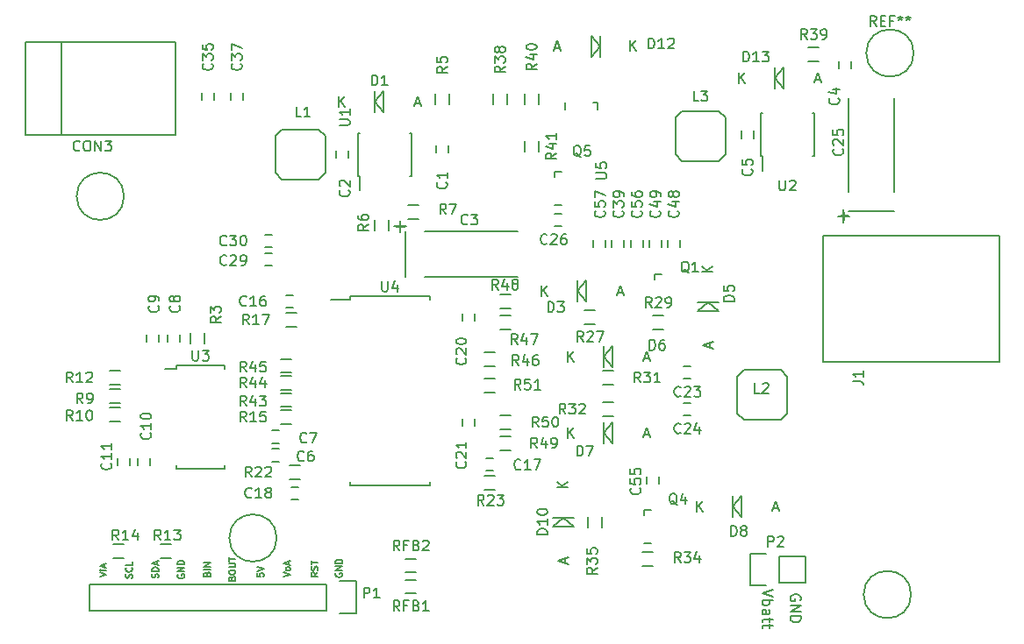
<source format=gto>
G04 #@! TF.FileFunction,Legend,Top*
%FSLAX46Y46*%
G04 Gerber Fmt 4.6, Leading zero omitted, Abs format (unit mm)*
G04 Created by KiCad (PCBNEW (2015-02-20 BZR 5437)-product) date Monday, March 16, 2015 'AMt' 09:24:06 AM*
%MOMM*%
G01*
G04 APERTURE LIST*
%ADD10C,0.100000*%
%ADD11C,0.127000*%
%ADD12C,0.150000*%
G04 APERTURE END LIST*
D10*
D11*
X127000000Y-138354405D02*
X127048381Y-138257643D01*
X127048381Y-138112500D01*
X127000000Y-137967358D01*
X126903238Y-137870596D01*
X126806476Y-137822215D01*
X126612952Y-137773834D01*
X126467810Y-137773834D01*
X126274286Y-137822215D01*
X126177524Y-137870596D01*
X126080762Y-137967358D01*
X126032381Y-138112500D01*
X126032381Y-138209262D01*
X126080762Y-138354405D01*
X126129143Y-138402786D01*
X126467810Y-138402786D01*
X126467810Y-138209262D01*
X126032381Y-138838215D02*
X127048381Y-138838215D01*
X126032381Y-139418786D01*
X127048381Y-139418786D01*
X126032381Y-139902596D02*
X127048381Y-139902596D01*
X127048381Y-140144501D01*
X127000000Y-140289643D01*
X126903238Y-140386405D01*
X126806476Y-140434786D01*
X126612952Y-140483167D01*
X126467810Y-140483167D01*
X126274286Y-140434786D01*
X126177524Y-140386405D01*
X126080762Y-140289643D01*
X126032381Y-140144501D01*
X126032381Y-139902596D01*
X124317881Y-137353525D02*
X123301881Y-137692192D01*
X124317881Y-138030858D01*
X123301881Y-138369525D02*
X124317881Y-138369525D01*
X123930833Y-138369525D02*
X123979214Y-138466287D01*
X123979214Y-138659810D01*
X123930833Y-138756572D01*
X123882452Y-138804953D01*
X123785690Y-138853334D01*
X123495405Y-138853334D01*
X123398643Y-138804953D01*
X123350262Y-138756572D01*
X123301881Y-138659810D01*
X123301881Y-138466287D01*
X123350262Y-138369525D01*
X123301881Y-139724191D02*
X123834071Y-139724191D01*
X123930833Y-139675810D01*
X123979214Y-139579048D01*
X123979214Y-139385525D01*
X123930833Y-139288763D01*
X123350262Y-139724191D02*
X123301881Y-139627429D01*
X123301881Y-139385525D01*
X123350262Y-139288763D01*
X123447024Y-139240382D01*
X123543786Y-139240382D01*
X123640548Y-139288763D01*
X123688929Y-139385525D01*
X123688929Y-139627429D01*
X123737310Y-139724191D01*
X123979214Y-140062858D02*
X123979214Y-140449906D01*
X124317881Y-140208001D02*
X123447024Y-140208001D01*
X123350262Y-140256382D01*
X123301881Y-140353144D01*
X123301881Y-140449906D01*
X123979214Y-140643429D02*
X123979214Y-141030477D01*
X124317881Y-140788572D02*
X123447024Y-140788572D01*
X123350262Y-140836953D01*
X123301881Y-140933715D01*
X123301881Y-141030477D01*
X82169000Y-135738809D02*
X82138762Y-135799286D01*
X82138762Y-135890000D01*
X82169000Y-135980714D01*
X82229476Y-136041190D01*
X82289952Y-136071429D01*
X82410905Y-136101667D01*
X82501619Y-136101667D01*
X82622571Y-136071429D01*
X82683048Y-136041190D01*
X82743524Y-135980714D01*
X82773762Y-135890000D01*
X82773762Y-135829524D01*
X82743524Y-135738809D01*
X82713286Y-135708571D01*
X82501619Y-135708571D01*
X82501619Y-135829524D01*
X82773762Y-135436429D02*
X82138762Y-135436429D01*
X82773762Y-135073571D01*
X82138762Y-135073571D01*
X82773762Y-134771191D02*
X82138762Y-134771191D01*
X82138762Y-134620000D01*
X82169000Y-134529286D01*
X82229476Y-134468810D01*
X82289952Y-134438571D01*
X82410905Y-134408333D01*
X82501619Y-134408333D01*
X82622571Y-134438571D01*
X82683048Y-134468810D01*
X82743524Y-134529286D01*
X82773762Y-134620000D01*
X82773762Y-134771191D01*
X80424262Y-135666238D02*
X80121881Y-135877905D01*
X80424262Y-136029096D02*
X79789262Y-136029096D01*
X79789262Y-135787191D01*
X79819500Y-135726715D01*
X79849738Y-135696476D01*
X79910214Y-135666238D01*
X80000929Y-135666238D01*
X80061405Y-135696476D01*
X80091643Y-135726715D01*
X80121881Y-135787191D01*
X80121881Y-136029096D01*
X80394024Y-135424334D02*
X80424262Y-135333619D01*
X80424262Y-135182429D01*
X80394024Y-135121953D01*
X80363786Y-135091715D01*
X80303310Y-135061476D01*
X80242833Y-135061476D01*
X80182357Y-135091715D01*
X80152119Y-135121953D01*
X80121881Y-135182429D01*
X80091643Y-135303381D01*
X80061405Y-135363857D01*
X80031167Y-135394096D01*
X79970690Y-135424334D01*
X79910214Y-135424334D01*
X79849738Y-135394096D01*
X79819500Y-135363857D01*
X79789262Y-135303381D01*
X79789262Y-135152191D01*
X79819500Y-135061476D01*
X79789262Y-134880048D02*
X79789262Y-134517191D01*
X80424262Y-134698619D02*
X79789262Y-134698619D01*
X77122262Y-136089572D02*
X77757262Y-135877905D01*
X77122262Y-135666238D01*
X77757262Y-135363857D02*
X77727024Y-135424333D01*
X77696786Y-135454572D01*
X77636310Y-135484810D01*
X77454881Y-135484810D01*
X77394405Y-135454572D01*
X77364167Y-135424333D01*
X77333929Y-135363857D01*
X77333929Y-135273143D01*
X77364167Y-135212667D01*
X77394405Y-135182429D01*
X77454881Y-135152191D01*
X77636310Y-135152191D01*
X77696786Y-135182429D01*
X77727024Y-135212667D01*
X77757262Y-135273143D01*
X77757262Y-135363857D01*
X77575833Y-134910286D02*
X77575833Y-134607905D01*
X77757262Y-134970762D02*
X77122262Y-134759095D01*
X77757262Y-134547428D01*
X74582262Y-135756953D02*
X74582262Y-136059334D01*
X74884643Y-136089572D01*
X74854405Y-136059334D01*
X74824167Y-135998857D01*
X74824167Y-135847667D01*
X74854405Y-135787191D01*
X74884643Y-135756953D01*
X74945119Y-135726714D01*
X75096310Y-135726714D01*
X75156786Y-135756953D01*
X75187024Y-135787191D01*
X75217262Y-135847667D01*
X75217262Y-135998857D01*
X75187024Y-136059334D01*
X75156786Y-136089572D01*
X74582262Y-135545286D02*
X75217262Y-135333619D01*
X74582262Y-135121952D01*
X72154143Y-136243786D02*
X72184381Y-136153072D01*
X72214619Y-136122833D01*
X72275095Y-136092595D01*
X72365810Y-136092595D01*
X72426286Y-136122833D01*
X72456524Y-136153072D01*
X72486762Y-136213548D01*
X72486762Y-136455453D01*
X71851762Y-136455453D01*
X71851762Y-136243786D01*
X71882000Y-136183310D01*
X71912238Y-136153072D01*
X71972714Y-136122833D01*
X72033190Y-136122833D01*
X72093667Y-136153072D01*
X72123905Y-136183310D01*
X72154143Y-136243786D01*
X72154143Y-136455453D01*
X71851762Y-135699500D02*
X71851762Y-135578548D01*
X71882000Y-135518072D01*
X71942476Y-135457595D01*
X72063429Y-135427357D01*
X72275095Y-135427357D01*
X72396048Y-135457595D01*
X72456524Y-135518072D01*
X72486762Y-135578548D01*
X72486762Y-135699500D01*
X72456524Y-135759976D01*
X72396048Y-135820453D01*
X72275095Y-135850691D01*
X72063429Y-135850691D01*
X71942476Y-135820453D01*
X71882000Y-135759976D01*
X71851762Y-135699500D01*
X71851762Y-135155215D02*
X72365810Y-135155215D01*
X72426286Y-135124976D01*
X72456524Y-135094738D01*
X72486762Y-135034262D01*
X72486762Y-134913310D01*
X72456524Y-134852834D01*
X72426286Y-134822595D01*
X72365810Y-134792357D01*
X71851762Y-134792357D01*
X71851762Y-134580691D02*
X71851762Y-134217834D01*
X72486762Y-134399262D02*
X71851762Y-134399262D01*
X69741143Y-135820452D02*
X69771381Y-135729738D01*
X69801619Y-135699499D01*
X69862095Y-135669261D01*
X69952810Y-135669261D01*
X70013286Y-135699499D01*
X70043524Y-135729738D01*
X70073762Y-135790214D01*
X70073762Y-136032119D01*
X69438762Y-136032119D01*
X69438762Y-135820452D01*
X69469000Y-135759976D01*
X69499238Y-135729738D01*
X69559714Y-135699499D01*
X69620190Y-135699499D01*
X69680667Y-135729738D01*
X69710905Y-135759976D01*
X69741143Y-135820452D01*
X69741143Y-136032119D01*
X70073762Y-135397119D02*
X69438762Y-135397119D01*
X70073762Y-135094738D02*
X69438762Y-135094738D01*
X70073762Y-134731880D01*
X69438762Y-134731880D01*
X66929000Y-135865809D02*
X66898762Y-135926286D01*
X66898762Y-136017000D01*
X66929000Y-136107714D01*
X66989476Y-136168190D01*
X67049952Y-136198429D01*
X67170905Y-136228667D01*
X67261619Y-136228667D01*
X67382571Y-136198429D01*
X67443048Y-136168190D01*
X67503524Y-136107714D01*
X67533762Y-136017000D01*
X67533762Y-135956524D01*
X67503524Y-135865809D01*
X67473286Y-135835571D01*
X67261619Y-135835571D01*
X67261619Y-135956524D01*
X67533762Y-135563429D02*
X66898762Y-135563429D01*
X67533762Y-135200571D01*
X66898762Y-135200571D01*
X67533762Y-134898191D02*
X66898762Y-134898191D01*
X66898762Y-134747000D01*
X66929000Y-134656286D01*
X66989476Y-134595810D01*
X67049952Y-134565571D01*
X67170905Y-134535333D01*
X67261619Y-134535333D01*
X67382571Y-134565571D01*
X67443048Y-134595810D01*
X67503524Y-134656286D01*
X67533762Y-134747000D01*
X67533762Y-134898191D01*
X59405762Y-136080500D02*
X60040762Y-135868833D01*
X59405762Y-135657166D01*
X60040762Y-135445500D02*
X59617429Y-135445500D01*
X59405762Y-135445500D02*
X59436000Y-135475738D01*
X59466238Y-135445500D01*
X59436000Y-135415261D01*
X59405762Y-135445500D01*
X59466238Y-135445500D01*
X59859333Y-135173357D02*
X59859333Y-134870976D01*
X60040762Y-135233833D02*
X59405762Y-135022166D01*
X60040762Y-134810499D01*
X62487024Y-136201453D02*
X62517262Y-136110738D01*
X62517262Y-135959548D01*
X62487024Y-135899072D01*
X62456786Y-135868834D01*
X62396310Y-135838595D01*
X62335833Y-135838595D01*
X62275357Y-135868834D01*
X62245119Y-135899072D01*
X62214881Y-135959548D01*
X62184643Y-136080500D01*
X62154405Y-136140976D01*
X62124167Y-136171215D01*
X62063690Y-136201453D01*
X62003214Y-136201453D01*
X61942738Y-136171215D01*
X61912500Y-136140976D01*
X61882262Y-136080500D01*
X61882262Y-135929310D01*
X61912500Y-135838595D01*
X62456786Y-135203595D02*
X62487024Y-135233833D01*
X62517262Y-135324548D01*
X62517262Y-135385024D01*
X62487024Y-135475738D01*
X62426548Y-135536214D01*
X62366071Y-135566453D01*
X62245119Y-135596691D01*
X62154405Y-135596691D01*
X62033452Y-135566453D01*
X61972976Y-135536214D01*
X61912500Y-135475738D01*
X61882262Y-135385024D01*
X61882262Y-135324548D01*
X61912500Y-135233833D01*
X61942738Y-135203595D01*
X62517262Y-134629072D02*
X62517262Y-134931453D01*
X61882262Y-134931453D01*
X65027024Y-136153072D02*
X65057262Y-136062357D01*
X65057262Y-135911167D01*
X65027024Y-135850691D01*
X64996786Y-135820453D01*
X64936310Y-135790214D01*
X64875833Y-135790214D01*
X64815357Y-135820453D01*
X64785119Y-135850691D01*
X64754881Y-135911167D01*
X64724643Y-136032119D01*
X64694405Y-136092595D01*
X64664167Y-136122834D01*
X64603690Y-136153072D01*
X64543214Y-136153072D01*
X64482738Y-136122834D01*
X64452500Y-136092595D01*
X64422262Y-136032119D01*
X64422262Y-135880929D01*
X64452500Y-135790214D01*
X65057262Y-135518072D02*
X64422262Y-135518072D01*
X64422262Y-135366881D01*
X64452500Y-135276167D01*
X64512976Y-135215691D01*
X64573452Y-135185452D01*
X64694405Y-135155214D01*
X64785119Y-135155214D01*
X64906071Y-135185452D01*
X64966548Y-135215691D01*
X65027024Y-135276167D01*
X65057262Y-135366881D01*
X65057262Y-135518072D01*
X64875833Y-134913310D02*
X64875833Y-134610929D01*
X65057262Y-134973786D02*
X64422262Y-134762119D01*
X65057262Y-134550452D01*
D12*
X81280000Y-136779000D02*
X58420000Y-136779000D01*
X58420000Y-136779000D02*
X58420000Y-139319000D01*
X58420000Y-139319000D02*
X81280000Y-139319000D01*
X84100000Y-136499000D02*
X82550000Y-136499000D01*
X81280000Y-136779000D02*
X81280000Y-139319000D01*
X82550000Y-139599000D02*
X84100000Y-139599000D01*
X84100000Y-139599000D02*
X84100000Y-136499000D01*
X76454000Y-132334000D02*
G75*
G03X76454000Y-132334000I-2286000J0D01*
G01*
X61722000Y-99314000D02*
G75*
G03X61722000Y-99314000I-2286000J0D01*
G01*
X75977000Y-121955000D02*
X76677000Y-121955000D01*
X76677000Y-123155000D02*
X75977000Y-123155000D01*
X137668000Y-137795000D02*
G75*
G03X137668000Y-137795000I-2286000J0D01*
G01*
X131658360Y-100764340D02*
X136057640Y-100764340D01*
X136057640Y-98861880D02*
X136057640Y-89860120D01*
X131658360Y-89860120D02*
X131658360Y-98861880D01*
X130655060Y-101219000D02*
X131754880Y-101219000D01*
X131155440Y-101818440D02*
X131155440Y-100619560D01*
X146177000Y-115316000D02*
X146177000Y-103124000D01*
X146177000Y-103124000D02*
X129159000Y-103124000D01*
X129159000Y-103124000D02*
X129159000Y-115316000D01*
X129159000Y-115316000D02*
X146177000Y-115316000D01*
X84293000Y-97325000D02*
X84438000Y-97325000D01*
X84293000Y-93175000D02*
X84438000Y-93175000D01*
X89443000Y-93175000D02*
X89298000Y-93175000D01*
X89443000Y-97325000D02*
X89298000Y-97325000D01*
X84293000Y-97325000D02*
X84293000Y-93175000D01*
X89443000Y-97325000D02*
X89443000Y-93175000D01*
X84438000Y-97325000D02*
X84438000Y-98725000D01*
X123155000Y-95420000D02*
X123300000Y-95420000D01*
X123155000Y-91270000D02*
X123300000Y-91270000D01*
X128305000Y-91270000D02*
X128160000Y-91270000D01*
X128305000Y-95420000D02*
X128160000Y-95420000D01*
X123155000Y-95420000D02*
X123155000Y-91270000D01*
X128305000Y-95420000D02*
X128305000Y-91270000D01*
X123300000Y-95420000D02*
X123300000Y-96820000D01*
X55689500Y-84399120D02*
X55689500Y-93400880D01*
X52189380Y-84399120D02*
X52189380Y-93400880D01*
X52189380Y-93400880D02*
X66690240Y-93400880D01*
X66690240Y-93400880D02*
X66690240Y-84399120D01*
X66690240Y-84399120D02*
X52189380Y-84399120D01*
X122148000Y-136932000D02*
X123698000Y-136932000D01*
X127508000Y-136652000D02*
X124968000Y-136652000D01*
X124968000Y-136652000D02*
X124968000Y-134112000D01*
X123698000Y-133832000D02*
X122148000Y-133832000D01*
X122148000Y-133832000D02*
X122148000Y-136932000D01*
X124968000Y-134112000D02*
X127508000Y-134112000D01*
X127508000Y-134112000D02*
X127508000Y-136652000D01*
X112933480Y-106857800D02*
X112933480Y-107348020D01*
X113634520Y-106857800D02*
X112933480Y-106857800D01*
X113634520Y-110058200D02*
X112933480Y-110058200D01*
X111863736Y-129651906D02*
X111863736Y-130142126D01*
X112564776Y-129651906D02*
X111863736Y-129651906D01*
X112564776Y-132852306D02*
X111863736Y-132852306D01*
X107454700Y-90263980D02*
X106964480Y-90263980D01*
X107454700Y-90965020D02*
X107454700Y-90263980D01*
X104254300Y-90965020D02*
X104254300Y-90263980D01*
X88846660Y-102702360D02*
X88846660Y-107101640D01*
X90749120Y-107101640D02*
X99750880Y-107101640D01*
X99750880Y-102702360D02*
X90749120Y-102702360D01*
X88392000Y-101699060D02*
X88392000Y-102798880D01*
X87792560Y-102199440D02*
X88991440Y-102199440D01*
X81153000Y-95250000D02*
X81153000Y-97028000D01*
X81153000Y-97028000D02*
X80518000Y-97663000D01*
X80518000Y-97663000D02*
X76962000Y-97663000D01*
X76962000Y-97663000D02*
X76327000Y-97028000D01*
X76327000Y-97028000D02*
X76327000Y-93472000D01*
X76327000Y-93472000D02*
X76962000Y-92837000D01*
X76962000Y-92837000D02*
X80518000Y-92837000D01*
X80518000Y-92837000D02*
X81153000Y-93472000D01*
X81153000Y-93472000D02*
X81153000Y-95250000D01*
X119761000Y-93472000D02*
X119761000Y-95250000D01*
X119761000Y-95250000D02*
X119126000Y-95885000D01*
X119126000Y-95885000D02*
X115570000Y-95885000D01*
X115570000Y-95885000D02*
X114935000Y-95250000D01*
X114935000Y-95250000D02*
X114935000Y-91694000D01*
X114935000Y-91694000D02*
X115570000Y-91059000D01*
X115570000Y-91059000D02*
X119126000Y-91059000D01*
X119126000Y-91059000D02*
X119761000Y-91694000D01*
X119761000Y-91694000D02*
X119761000Y-93472000D01*
X103281480Y-96951800D02*
X103281480Y-97442020D01*
X103982520Y-96951800D02*
X103281480Y-96951800D01*
X103982520Y-100152200D02*
X103281480Y-100152200D01*
X85910420Y-90170000D02*
X86758780Y-91170760D01*
X86758780Y-91170760D02*
X86758780Y-89169240D01*
X86758780Y-89169240D02*
X85910420Y-90170000D01*
X85910420Y-90170000D02*
X85910420Y-89169240D01*
X85910420Y-90170000D02*
X85910420Y-91170760D01*
X105468420Y-108458000D02*
X106316780Y-109458760D01*
X106316780Y-109458760D02*
X106316780Y-107457240D01*
X106316780Y-107457240D02*
X105468420Y-108458000D01*
X105468420Y-108458000D02*
X105468420Y-107457240D01*
X105468420Y-108458000D02*
X105468420Y-109458760D01*
X118110000Y-109532420D02*
X117109240Y-110380780D01*
X117109240Y-110380780D02*
X119110760Y-110380780D01*
X119110760Y-110380780D02*
X118110000Y-109532420D01*
X118110000Y-109532420D02*
X119110760Y-109532420D01*
X118110000Y-109532420D02*
X117109240Y-109532420D01*
X108008420Y-114808000D02*
X108856780Y-115808760D01*
X108856780Y-115808760D02*
X108856780Y-113807240D01*
X108856780Y-113807240D02*
X108008420Y-114808000D01*
X108008420Y-114808000D02*
X108008420Y-113807240D01*
X108008420Y-114808000D02*
X108008420Y-115808760D01*
X108008420Y-122174000D02*
X108856780Y-123174760D01*
X108856780Y-123174760D02*
X108856780Y-121173240D01*
X108856780Y-121173240D02*
X108008420Y-122174000D01*
X108008420Y-122174000D02*
X108008420Y-121173240D01*
X108008420Y-122174000D02*
X108008420Y-123174760D01*
X120454420Y-129286000D02*
X121302780Y-130286760D01*
X121302780Y-130286760D02*
X121302780Y-128285240D01*
X121302780Y-128285240D02*
X120454420Y-129286000D01*
X120454420Y-129286000D02*
X120454420Y-128285240D01*
X120454420Y-129286000D02*
X120454420Y-130286760D01*
X104140000Y-130360420D02*
X103139240Y-131208780D01*
X103139240Y-131208780D02*
X105140760Y-131208780D01*
X105140760Y-131208780D02*
X104140000Y-130360420D01*
X104140000Y-130360420D02*
X105140760Y-130360420D01*
X104140000Y-130360420D02*
X103139240Y-130360420D01*
X107637580Y-84836000D02*
X106789220Y-83835240D01*
X106789220Y-83835240D02*
X106789220Y-85836760D01*
X106789220Y-85836760D02*
X107637580Y-84836000D01*
X107637580Y-84836000D02*
X107637580Y-85836760D01*
X107637580Y-84836000D02*
X107637580Y-83835240D01*
X124518420Y-87884000D02*
X125366780Y-88884760D01*
X125366780Y-88884760D02*
X125366780Y-86883240D01*
X125366780Y-86883240D02*
X124518420Y-87884000D01*
X124518420Y-87884000D02*
X124518420Y-86883240D01*
X124518420Y-87884000D02*
X124518420Y-88884760D01*
X77843000Y-119674000D02*
X76843000Y-119674000D01*
X76843000Y-118324000D02*
X77843000Y-118324000D01*
X77843000Y-118023000D02*
X76843000Y-118023000D01*
X76843000Y-116673000D02*
X77843000Y-116673000D01*
X77843000Y-116372000D02*
X76843000Y-116372000D01*
X76843000Y-115022000D02*
X77843000Y-115022000D01*
X97528000Y-115737000D02*
X96528000Y-115737000D01*
X96528000Y-114387000D02*
X97528000Y-114387000D01*
X99052000Y-112181000D02*
X98052000Y-112181000D01*
X98052000Y-110831000D02*
X99052000Y-110831000D01*
X99052000Y-110149000D02*
X98052000Y-110149000D01*
X98052000Y-108799000D02*
X99052000Y-108799000D01*
X99052000Y-123865000D02*
X98052000Y-123865000D01*
X98052000Y-122515000D02*
X99052000Y-122515000D01*
X99052000Y-121833000D02*
X98052000Y-121833000D01*
X98052000Y-120483000D02*
X99052000Y-120483000D01*
X97528000Y-118277000D02*
X96528000Y-118277000D01*
X96528000Y-116927000D02*
X97528000Y-116927000D01*
X66763000Y-115675000D02*
X66763000Y-116000000D01*
X71413000Y-115675000D02*
X71413000Y-116000000D01*
X71413000Y-125625000D02*
X71413000Y-125300000D01*
X66763000Y-125625000D02*
X66763000Y-125300000D01*
X66763000Y-115675000D02*
X71413000Y-115675000D01*
X66763000Y-125625000D02*
X71413000Y-125625000D01*
X66763000Y-116000000D02*
X65688000Y-116000000D01*
X83501000Y-108985000D02*
X83501000Y-109330000D01*
X91251000Y-108985000D02*
X91251000Y-109330000D01*
X91251000Y-127235000D02*
X91251000Y-126890000D01*
X83501000Y-127235000D02*
X83501000Y-126890000D01*
X83501000Y-108985000D02*
X91251000Y-108985000D01*
X83501000Y-127235000D02*
X91251000Y-127235000D01*
X83501000Y-109330000D02*
X81676000Y-109330000D01*
X77843000Y-121325000D02*
X76843000Y-121325000D01*
X76843000Y-119975000D02*
X77843000Y-119975000D01*
X93056000Y-94392000D02*
X93056000Y-95092000D01*
X91856000Y-95092000D02*
X91856000Y-94392000D01*
X82204000Y-95600000D02*
X82204000Y-94900000D01*
X83404000Y-94900000D02*
X83404000Y-95600000D01*
X131918000Y-86264000D02*
X131918000Y-86964000D01*
X130718000Y-86964000D02*
X130718000Y-86264000D01*
X121320000Y-93695000D02*
X121320000Y-92995000D01*
X122520000Y-92995000D02*
X122520000Y-93695000D01*
X75977000Y-123733000D02*
X76677000Y-123733000D01*
X76677000Y-124933000D02*
X75977000Y-124933000D01*
X65948000Y-113380000D02*
X65948000Y-112680000D01*
X67148000Y-112680000D02*
X67148000Y-113380000D01*
X63916000Y-113380000D02*
X63916000Y-112680000D01*
X65116000Y-112680000D02*
X65116000Y-113380000D01*
X64227000Y-124618000D02*
X64227000Y-125318000D01*
X63027000Y-125318000D02*
X63027000Y-124618000D01*
X62322000Y-124618000D02*
X62322000Y-125318000D01*
X61122000Y-125318000D02*
X61122000Y-124618000D01*
X78074000Y-110074000D02*
X77374000Y-110074000D01*
X77374000Y-108874000D02*
X78074000Y-108874000D01*
X96678000Y-124622000D02*
X97378000Y-124622000D01*
X97378000Y-125822000D02*
X96678000Y-125822000D01*
X78582000Y-128616000D02*
X77882000Y-128616000D01*
X77882000Y-127416000D02*
X78582000Y-127416000D01*
X94396000Y-111348000D02*
X94396000Y-110648000D01*
X95596000Y-110648000D02*
X95596000Y-111348000D01*
X94396000Y-121508000D02*
X94396000Y-120808000D01*
X95596000Y-120808000D02*
X95596000Y-121508000D01*
X116428000Y-116932000D02*
X115728000Y-116932000D01*
X115728000Y-115732000D02*
X116428000Y-115732000D01*
X116428000Y-120488000D02*
X115728000Y-120488000D01*
X115728000Y-119288000D02*
X116428000Y-119288000D01*
X68159000Y-113530000D02*
X68159000Y-112530000D01*
X69509000Y-112530000D02*
X69509000Y-113530000D01*
X91781000Y-90416000D02*
X91781000Y-89416000D01*
X93131000Y-89416000D02*
X93131000Y-90416000D01*
X87289000Y-101608000D02*
X87289000Y-102608000D01*
X85939000Y-102608000D02*
X85939000Y-101608000D01*
X90162000Y-101513000D02*
X89162000Y-101513000D01*
X89162000Y-100163000D02*
X90162000Y-100163000D01*
X61333000Y-119293000D02*
X60333000Y-119293000D01*
X60333000Y-117943000D02*
X61333000Y-117943000D01*
X61333000Y-121071000D02*
X60333000Y-121071000D01*
X60333000Y-119721000D02*
X61333000Y-119721000D01*
X61333000Y-117515000D02*
X60333000Y-117515000D01*
X60333000Y-116165000D02*
X61333000Y-116165000D01*
X65286000Y-132929000D02*
X66286000Y-132929000D01*
X66286000Y-134279000D02*
X65286000Y-134279000D01*
X61714000Y-134279000D02*
X60714000Y-134279000D01*
X60714000Y-132929000D02*
X61714000Y-132929000D01*
X78351000Y-111927000D02*
X77351000Y-111927000D01*
X77351000Y-110577000D02*
X78351000Y-110577000D01*
X78732000Y-126659000D02*
X77732000Y-126659000D01*
X77732000Y-125309000D02*
X78732000Y-125309000D01*
X97528000Y-127675000D02*
X96528000Y-127675000D01*
X96528000Y-126325000D02*
X97528000Y-126325000D01*
X106180000Y-110323000D02*
X107180000Y-110323000D01*
X107180000Y-111673000D02*
X106180000Y-111673000D01*
X113784000Y-112181000D02*
X112784000Y-112181000D01*
X112784000Y-110831000D02*
X113784000Y-110831000D01*
X107958000Y-116165000D02*
X108958000Y-116165000D01*
X108958000Y-117515000D02*
X107958000Y-117515000D01*
X107958000Y-119213000D02*
X108958000Y-119213000D01*
X108958000Y-120563000D02*
X107958000Y-120563000D01*
X112768000Y-135041000D02*
X111768000Y-135041000D01*
X111768000Y-133691000D02*
X112768000Y-133691000D01*
X107863000Y-130310000D02*
X107863000Y-131310000D01*
X106513000Y-131310000D02*
X106513000Y-130310000D01*
X97369000Y-90416000D02*
X97369000Y-89416000D01*
X98719000Y-89416000D02*
X98719000Y-90416000D01*
X128770000Y-86273000D02*
X127770000Y-86273000D01*
X127770000Y-84923000D02*
X128770000Y-84923000D01*
X100417000Y-90416000D02*
X100417000Y-89416000D01*
X101767000Y-89416000D02*
X101767000Y-90416000D01*
X100417000Y-94988000D02*
X100417000Y-93988000D01*
X101767000Y-93988000D02*
X101767000Y-94988000D01*
X88908000Y-136358000D02*
X89908000Y-136358000D01*
X89908000Y-137708000D02*
X88908000Y-137708000D01*
X89908000Y-135676000D02*
X88908000Y-135676000D01*
X88908000Y-134326000D02*
X89908000Y-134326000D01*
X103982000Y-102200000D02*
X103282000Y-102200000D01*
X103282000Y-101000000D02*
X103982000Y-101000000D01*
X76042000Y-106010000D02*
X75342000Y-106010000D01*
X75342000Y-104810000D02*
X76042000Y-104810000D01*
X76042000Y-104232000D02*
X75342000Y-104232000D01*
X75342000Y-103032000D02*
X76042000Y-103032000D01*
X70450000Y-89312000D02*
X70450000Y-90012000D01*
X69250000Y-90012000D02*
X69250000Y-89312000D01*
X73244000Y-89312000D02*
X73244000Y-90012000D01*
X72044000Y-90012000D02*
X72044000Y-89312000D01*
X108747000Y-104236000D02*
X108747000Y-103536000D01*
X109947000Y-103536000D02*
X109947000Y-104236000D01*
X125730000Y-118491000D02*
X125730000Y-120269000D01*
X125730000Y-120269000D02*
X125095000Y-120904000D01*
X125095000Y-120904000D02*
X121539000Y-120904000D01*
X121539000Y-120904000D02*
X120904000Y-120269000D01*
X120904000Y-120269000D02*
X120904000Y-116713000D01*
X120904000Y-116713000D02*
X121539000Y-116078000D01*
X121539000Y-116078000D02*
X125095000Y-116078000D01*
X125095000Y-116078000D02*
X125730000Y-116713000D01*
X125730000Y-116713000D02*
X125730000Y-118491000D01*
X114208000Y-104236000D02*
X114208000Y-103536000D01*
X115408000Y-103536000D02*
X115408000Y-104236000D01*
X112430000Y-104236000D02*
X112430000Y-103536000D01*
X113630000Y-103536000D02*
X113630000Y-104236000D01*
X112176000Y-127096000D02*
X112176000Y-126396000D01*
X113376000Y-126396000D02*
X113376000Y-127096000D01*
X137922000Y-85471000D02*
G75*
G03X137922000Y-85471000I-2286000J0D01*
G01*
X110652000Y-104236000D02*
X110652000Y-103536000D01*
X111852000Y-103536000D02*
X111852000Y-104236000D01*
X106969000Y-104236000D02*
X106969000Y-103536000D01*
X108169000Y-103536000D02*
X108169000Y-104236000D01*
X84859905Y-138120381D02*
X84859905Y-137120381D01*
X85240858Y-137120381D01*
X85336096Y-137168000D01*
X85383715Y-137215619D01*
X85431334Y-137310857D01*
X85431334Y-137453714D01*
X85383715Y-137548952D01*
X85336096Y-137596571D01*
X85240858Y-137644190D01*
X84859905Y-137644190D01*
X86383715Y-138120381D02*
X85812286Y-138120381D01*
X86098000Y-138120381D02*
X86098000Y-137120381D01*
X86002762Y-137263238D01*
X85907524Y-137358476D01*
X85812286Y-137406095D01*
X79335334Y-123039143D02*
X79287715Y-123086762D01*
X79144858Y-123134381D01*
X79049620Y-123134381D01*
X78906762Y-123086762D01*
X78811524Y-122991524D01*
X78763905Y-122896286D01*
X78716286Y-122705810D01*
X78716286Y-122562952D01*
X78763905Y-122372476D01*
X78811524Y-122277238D01*
X78906762Y-122182000D01*
X79049620Y-122134381D01*
X79144858Y-122134381D01*
X79287715Y-122182000D01*
X79335334Y-122229619D01*
X79668667Y-122134381D02*
X80335334Y-122134381D01*
X79906762Y-123134381D01*
X131040143Y-94749857D02*
X131087762Y-94797476D01*
X131135381Y-94940333D01*
X131135381Y-95035571D01*
X131087762Y-95178429D01*
X130992524Y-95273667D01*
X130897286Y-95321286D01*
X130706810Y-95368905D01*
X130563952Y-95368905D01*
X130373476Y-95321286D01*
X130278238Y-95273667D01*
X130183000Y-95178429D01*
X130135381Y-95035571D01*
X130135381Y-94940333D01*
X130183000Y-94797476D01*
X130230619Y-94749857D01*
X130230619Y-94368905D02*
X130183000Y-94321286D01*
X130135381Y-94226048D01*
X130135381Y-93987952D01*
X130183000Y-93892714D01*
X130230619Y-93845095D01*
X130325857Y-93797476D01*
X130421095Y-93797476D01*
X130563952Y-93845095D01*
X131135381Y-94416524D01*
X131135381Y-93797476D01*
X130135381Y-92892714D02*
X130135381Y-93368905D01*
X130611571Y-93416524D01*
X130563952Y-93368905D01*
X130516333Y-93273667D01*
X130516333Y-93035571D01*
X130563952Y-92940333D01*
X130611571Y-92892714D01*
X130706810Y-92845095D01*
X130944905Y-92845095D01*
X131040143Y-92892714D01*
X131087762Y-92940333D01*
X131135381Y-93035571D01*
X131135381Y-93273667D01*
X131087762Y-93368905D01*
X131040143Y-93416524D01*
X131229409Y-101597412D02*
X131229409Y-100835507D01*
X131610361Y-101216459D02*
X130848456Y-101216459D01*
X132040381Y-117173333D02*
X132754667Y-117173333D01*
X132897524Y-117220953D01*
X132992762Y-117316191D01*
X133040381Y-117459048D01*
X133040381Y-117554286D01*
X133040381Y-116173333D02*
X133040381Y-116744762D01*
X133040381Y-116459048D02*
X132040381Y-116459048D01*
X132183238Y-116554286D01*
X132278476Y-116649524D01*
X132326095Y-116744762D01*
X82510381Y-92455905D02*
X83319905Y-92455905D01*
X83415143Y-92408286D01*
X83462762Y-92360667D01*
X83510381Y-92265429D01*
X83510381Y-92074952D01*
X83462762Y-91979714D01*
X83415143Y-91932095D01*
X83319905Y-91884476D01*
X82510381Y-91884476D01*
X83510381Y-90884476D02*
X83510381Y-91455905D01*
X83510381Y-91170191D02*
X82510381Y-91170191D01*
X82653238Y-91265429D01*
X82748476Y-91360667D01*
X82796095Y-91455905D01*
X124968095Y-97750381D02*
X124968095Y-98559905D01*
X125015714Y-98655143D01*
X125063333Y-98702762D01*
X125158571Y-98750381D01*
X125349048Y-98750381D01*
X125444286Y-98702762D01*
X125491905Y-98655143D01*
X125539524Y-98559905D01*
X125539524Y-97750381D01*
X125968095Y-97845619D02*
X126015714Y-97798000D01*
X126110952Y-97750381D01*
X126349048Y-97750381D01*
X126444286Y-97798000D01*
X126491905Y-97845619D01*
X126539524Y-97940857D01*
X126539524Y-98036095D01*
X126491905Y-98178952D01*
X125920476Y-98750381D01*
X126539524Y-98750381D01*
X57459715Y-94845143D02*
X57412096Y-94892762D01*
X57269239Y-94940381D01*
X57174001Y-94940381D01*
X57031143Y-94892762D01*
X56935905Y-94797524D01*
X56888286Y-94702286D01*
X56840667Y-94511810D01*
X56840667Y-94368952D01*
X56888286Y-94178476D01*
X56935905Y-94083238D01*
X57031143Y-93988000D01*
X57174001Y-93940381D01*
X57269239Y-93940381D01*
X57412096Y-93988000D01*
X57459715Y-94035619D01*
X58078762Y-93940381D02*
X58269239Y-93940381D01*
X58364477Y-93988000D01*
X58459715Y-94083238D01*
X58507334Y-94273714D01*
X58507334Y-94607048D01*
X58459715Y-94797524D01*
X58364477Y-94892762D01*
X58269239Y-94940381D01*
X58078762Y-94940381D01*
X57983524Y-94892762D01*
X57888286Y-94797524D01*
X57840667Y-94607048D01*
X57840667Y-94273714D01*
X57888286Y-94083238D01*
X57983524Y-93988000D01*
X58078762Y-93940381D01*
X58935905Y-94940381D02*
X58935905Y-93940381D01*
X59507334Y-94940381D01*
X59507334Y-93940381D01*
X59888286Y-93940381D02*
X60507334Y-93940381D01*
X60174000Y-94321333D01*
X60316858Y-94321333D01*
X60412096Y-94368952D01*
X60459715Y-94416571D01*
X60507334Y-94511810D01*
X60507334Y-94749905D01*
X60459715Y-94845143D01*
X60412096Y-94892762D01*
X60316858Y-94940381D01*
X60031143Y-94940381D01*
X59935905Y-94892762D01*
X59888286Y-94845143D01*
X123848905Y-133167381D02*
X123848905Y-132167381D01*
X124229858Y-132167381D01*
X124325096Y-132215000D01*
X124372715Y-132262619D01*
X124420334Y-132357857D01*
X124420334Y-132500714D01*
X124372715Y-132595952D01*
X124325096Y-132643571D01*
X124229858Y-132691190D01*
X123848905Y-132691190D01*
X124801286Y-132262619D02*
X124848905Y-132215000D01*
X124944143Y-132167381D01*
X125182239Y-132167381D01*
X125277477Y-132215000D01*
X125325096Y-132262619D01*
X125372715Y-132357857D01*
X125372715Y-132453095D01*
X125325096Y-132595952D01*
X124753667Y-133167381D01*
X125372715Y-133167381D01*
X116236762Y-106719619D02*
X116141524Y-106672000D01*
X116046286Y-106576762D01*
X115903429Y-106433905D01*
X115808190Y-106386286D01*
X115712952Y-106386286D01*
X115760571Y-106624381D02*
X115665333Y-106576762D01*
X115570095Y-106481524D01*
X115522476Y-106291048D01*
X115522476Y-105957714D01*
X115570095Y-105767238D01*
X115665333Y-105672000D01*
X115760571Y-105624381D01*
X115951048Y-105624381D01*
X116046286Y-105672000D01*
X116141524Y-105767238D01*
X116189143Y-105957714D01*
X116189143Y-106291048D01*
X116141524Y-106481524D01*
X116046286Y-106576762D01*
X115951048Y-106624381D01*
X115760571Y-106624381D01*
X117141524Y-106624381D02*
X116570095Y-106624381D01*
X116855809Y-106624381D02*
X116855809Y-105624381D01*
X116760571Y-105767238D01*
X116665333Y-105862476D01*
X116570095Y-105910095D01*
X115093762Y-129135119D02*
X114998524Y-129087500D01*
X114903286Y-128992262D01*
X114760429Y-128849405D01*
X114665190Y-128801786D01*
X114569952Y-128801786D01*
X114617571Y-129039881D02*
X114522333Y-128992262D01*
X114427095Y-128897024D01*
X114379476Y-128706548D01*
X114379476Y-128373214D01*
X114427095Y-128182738D01*
X114522333Y-128087500D01*
X114617571Y-128039881D01*
X114808048Y-128039881D01*
X114903286Y-128087500D01*
X114998524Y-128182738D01*
X115046143Y-128373214D01*
X115046143Y-128706548D01*
X114998524Y-128897024D01*
X114903286Y-128992262D01*
X114808048Y-129039881D01*
X114617571Y-129039881D01*
X115903286Y-128373214D02*
X115903286Y-129039881D01*
X115665190Y-127992262D02*
X115427095Y-128706548D01*
X116046143Y-128706548D01*
X105830382Y-95513139D02*
X105735144Y-95465520D01*
X105639906Y-95370282D01*
X105497049Y-95227425D01*
X105401810Y-95179806D01*
X105306572Y-95179806D01*
X105354191Y-95417901D02*
X105258953Y-95370282D01*
X105163715Y-95275044D01*
X105116096Y-95084568D01*
X105116096Y-94751234D01*
X105163715Y-94560758D01*
X105258953Y-94465520D01*
X105354191Y-94417901D01*
X105544668Y-94417901D01*
X105639906Y-94465520D01*
X105735144Y-94560758D01*
X105782763Y-94751234D01*
X105782763Y-95084568D01*
X105735144Y-95275044D01*
X105639906Y-95370282D01*
X105544668Y-95417901D01*
X105354191Y-95417901D01*
X106687525Y-94417901D02*
X106211334Y-94417901D01*
X106163715Y-94894091D01*
X106211334Y-94846472D01*
X106306572Y-94798853D01*
X106544668Y-94798853D01*
X106639906Y-94846472D01*
X106687525Y-94894091D01*
X106735144Y-94989330D01*
X106735144Y-95227425D01*
X106687525Y-95322663D01*
X106639906Y-95370282D01*
X106544668Y-95417901D01*
X106306572Y-95417901D01*
X106211334Y-95370282D01*
X106163715Y-95322663D01*
X94882674Y-101959683D02*
X94835055Y-102007302D01*
X94692198Y-102054921D01*
X94596960Y-102054921D01*
X94454102Y-102007302D01*
X94358864Y-101912064D01*
X94311245Y-101816826D01*
X94263626Y-101626350D01*
X94263626Y-101483492D01*
X94311245Y-101293016D01*
X94358864Y-101197778D01*
X94454102Y-101102540D01*
X94596960Y-101054921D01*
X94692198Y-101054921D01*
X94835055Y-101102540D01*
X94882674Y-101150159D01*
X95216007Y-101054921D02*
X95835055Y-101054921D01*
X95501721Y-101435873D01*
X95644579Y-101435873D01*
X95739817Y-101483492D01*
X95787436Y-101531111D01*
X95835055Y-101626350D01*
X95835055Y-101864445D01*
X95787436Y-101959683D01*
X95739817Y-102007302D01*
X95644579Y-102054921D01*
X95358864Y-102054921D01*
X95263626Y-102007302D01*
X95216007Y-101959683D01*
X88013588Y-102273409D02*
X88775493Y-102273409D01*
X88394541Y-102654361D02*
X88394541Y-101892456D01*
X78827334Y-91638381D02*
X78351143Y-91638381D01*
X78351143Y-90638381D01*
X79684477Y-91638381D02*
X79113048Y-91638381D01*
X79398762Y-91638381D02*
X79398762Y-90638381D01*
X79303524Y-90781238D01*
X79208286Y-90876476D01*
X79113048Y-90924095D01*
X117181334Y-90114381D02*
X116705143Y-90114381D01*
X116705143Y-89114381D01*
X117419429Y-89114381D02*
X118038477Y-89114381D01*
X117705143Y-89495333D01*
X117848001Y-89495333D01*
X117943239Y-89542952D01*
X117990858Y-89590571D01*
X118038477Y-89685810D01*
X118038477Y-89923905D01*
X117990858Y-90019143D01*
X117943239Y-90066762D01*
X117848001Y-90114381D01*
X117562286Y-90114381D01*
X117467048Y-90066762D01*
X117419429Y-90019143D01*
X107275381Y-97599405D02*
X108084905Y-97599405D01*
X108180143Y-97551786D01*
X108227762Y-97504167D01*
X108275381Y-97408929D01*
X108275381Y-97218452D01*
X108227762Y-97123214D01*
X108180143Y-97075595D01*
X108084905Y-97027976D01*
X107275381Y-97027976D01*
X107275381Y-96075595D02*
X107275381Y-96551786D01*
X107751571Y-96599405D01*
X107703952Y-96551786D01*
X107656333Y-96456548D01*
X107656333Y-96218452D01*
X107703952Y-96123214D01*
X107751571Y-96075595D01*
X107846810Y-96027976D01*
X108084905Y-96027976D01*
X108180143Y-96075595D01*
X108227762Y-96123214D01*
X108275381Y-96218452D01*
X108275381Y-96456548D01*
X108227762Y-96551786D01*
X108180143Y-96599405D01*
X85621905Y-88590381D02*
X85621905Y-87590381D01*
X85860000Y-87590381D01*
X86002858Y-87638000D01*
X86098096Y-87733238D01*
X86145715Y-87828476D01*
X86193334Y-88018952D01*
X86193334Y-88161810D01*
X86145715Y-88352286D01*
X86098096Y-88447524D01*
X86002858Y-88542762D01*
X85860000Y-88590381D01*
X85621905Y-88590381D01*
X87145715Y-88590381D02*
X86574286Y-88590381D01*
X86860000Y-88590381D02*
X86860000Y-87590381D01*
X86764762Y-87733238D01*
X86669524Y-87828476D01*
X86574286Y-87876095D01*
X89809985Y-90346827D02*
X90286176Y-90346827D01*
X89714747Y-90632541D02*
X90048080Y-89632541D01*
X90381414Y-90632541D01*
X82470975Y-90668101D02*
X82470975Y-89668101D01*
X83042404Y-90668101D02*
X82613832Y-90096672D01*
X83042404Y-89668101D02*
X82470975Y-90239530D01*
X102639905Y-110497881D02*
X102639905Y-109497881D01*
X102878000Y-109497881D01*
X103020858Y-109545500D01*
X103116096Y-109640738D01*
X103163715Y-109735976D01*
X103211334Y-109926452D01*
X103211334Y-110069310D01*
X103163715Y-110259786D01*
X103116096Y-110355024D01*
X103020858Y-110450262D01*
X102878000Y-110497881D01*
X102639905Y-110497881D01*
X103544667Y-109497881D02*
X104163715Y-109497881D01*
X103830381Y-109878833D01*
X103973239Y-109878833D01*
X104068477Y-109926452D01*
X104116096Y-109974071D01*
X104163715Y-110069310D01*
X104163715Y-110307405D01*
X104116096Y-110402643D01*
X104068477Y-110450262D01*
X103973239Y-110497881D01*
X103687524Y-110497881D01*
X103592286Y-110450262D01*
X103544667Y-110402643D01*
X109367985Y-108634827D02*
X109844176Y-108634827D01*
X109272747Y-108920541D02*
X109606080Y-107920541D01*
X109939414Y-108920541D01*
X102028975Y-108956101D02*
X102028975Y-107956101D01*
X102600404Y-108956101D02*
X102171832Y-108384672D01*
X102600404Y-107956101D02*
X102028975Y-108527530D01*
X120594381Y-109450095D02*
X119594381Y-109450095D01*
X119594381Y-109212000D01*
X119642000Y-109069142D01*
X119737238Y-108973904D01*
X119832476Y-108926285D01*
X120022952Y-108878666D01*
X120165810Y-108878666D01*
X120356286Y-108926285D01*
X120451524Y-108973904D01*
X120546762Y-109069142D01*
X120594381Y-109212000D01*
X120594381Y-109450095D01*
X119594381Y-107973904D02*
X119594381Y-108450095D01*
X120070571Y-108497714D01*
X120022952Y-108450095D01*
X119975333Y-108354857D01*
X119975333Y-108116761D01*
X120022952Y-108021523D01*
X120070571Y-107973904D01*
X120165810Y-107926285D01*
X120403905Y-107926285D01*
X120499143Y-107973904D01*
X120546762Y-108021523D01*
X120594381Y-108116761D01*
X120594381Y-108354857D01*
X120546762Y-108450095D01*
X120499143Y-108497714D01*
X118266507Y-113908175D02*
X118266507Y-113431984D01*
X118552221Y-114003413D02*
X117552221Y-113670080D01*
X118552221Y-113336746D01*
X118516661Y-106616785D02*
X117516661Y-106616785D01*
X118516661Y-106045356D02*
X117945232Y-106473928D01*
X117516661Y-106045356D02*
X118088090Y-106616785D01*
X112418905Y-114180881D02*
X112418905Y-113180881D01*
X112657000Y-113180881D01*
X112799858Y-113228500D01*
X112895096Y-113323738D01*
X112942715Y-113418976D01*
X112990334Y-113609452D01*
X112990334Y-113752310D01*
X112942715Y-113942786D01*
X112895096Y-114038024D01*
X112799858Y-114133262D01*
X112657000Y-114180881D01*
X112418905Y-114180881D01*
X113847477Y-113180881D02*
X113657000Y-113180881D01*
X113561762Y-113228500D01*
X113514143Y-113276119D01*
X113418905Y-113418976D01*
X113371286Y-113609452D01*
X113371286Y-113990405D01*
X113418905Y-114085643D01*
X113466524Y-114133262D01*
X113561762Y-114180881D01*
X113752239Y-114180881D01*
X113847477Y-114133262D01*
X113895096Y-114085643D01*
X113942715Y-113990405D01*
X113942715Y-113752310D01*
X113895096Y-113657071D01*
X113847477Y-113609452D01*
X113752239Y-113561833D01*
X113561762Y-113561833D01*
X113466524Y-113609452D01*
X113418905Y-113657071D01*
X113371286Y-113752310D01*
X111907985Y-114984827D02*
X112384176Y-114984827D01*
X111812747Y-115270541D02*
X112146080Y-114270541D01*
X112479414Y-115270541D01*
X104568975Y-115306101D02*
X104568975Y-114306101D01*
X105140404Y-115306101D02*
X104711832Y-114734672D01*
X105140404Y-114306101D02*
X104568975Y-114877530D01*
X105433905Y-124404381D02*
X105433905Y-123404381D01*
X105672000Y-123404381D01*
X105814858Y-123452000D01*
X105910096Y-123547238D01*
X105957715Y-123642476D01*
X106005334Y-123832952D01*
X106005334Y-123975810D01*
X105957715Y-124166286D01*
X105910096Y-124261524D01*
X105814858Y-124356762D01*
X105672000Y-124404381D01*
X105433905Y-124404381D01*
X106338667Y-123404381D02*
X107005334Y-123404381D01*
X106576762Y-124404381D01*
X111907985Y-122350827D02*
X112384176Y-122350827D01*
X111812747Y-122636541D02*
X112146080Y-121636541D01*
X112479414Y-122636541D01*
X104568975Y-122672101D02*
X104568975Y-121672101D01*
X105140404Y-122672101D02*
X104711832Y-122100672D01*
X105140404Y-121672101D02*
X104568975Y-122243530D01*
X120292905Y-132151381D02*
X120292905Y-131151381D01*
X120531000Y-131151381D01*
X120673858Y-131199000D01*
X120769096Y-131294238D01*
X120816715Y-131389476D01*
X120864334Y-131579952D01*
X120864334Y-131722810D01*
X120816715Y-131913286D01*
X120769096Y-132008524D01*
X120673858Y-132103762D01*
X120531000Y-132151381D01*
X120292905Y-132151381D01*
X121435762Y-131579952D02*
X121340524Y-131532333D01*
X121292905Y-131484714D01*
X121245286Y-131389476D01*
X121245286Y-131341857D01*
X121292905Y-131246619D01*
X121340524Y-131199000D01*
X121435762Y-131151381D01*
X121626239Y-131151381D01*
X121721477Y-131199000D01*
X121769096Y-131246619D01*
X121816715Y-131341857D01*
X121816715Y-131389476D01*
X121769096Y-131484714D01*
X121721477Y-131532333D01*
X121626239Y-131579952D01*
X121435762Y-131579952D01*
X121340524Y-131627571D01*
X121292905Y-131675190D01*
X121245286Y-131770429D01*
X121245286Y-131960905D01*
X121292905Y-132056143D01*
X121340524Y-132103762D01*
X121435762Y-132151381D01*
X121626239Y-132151381D01*
X121721477Y-132103762D01*
X121769096Y-132056143D01*
X121816715Y-131960905D01*
X121816715Y-131770429D01*
X121769096Y-131675190D01*
X121721477Y-131627571D01*
X121626239Y-131579952D01*
X124353985Y-129462827D02*
X124830176Y-129462827D01*
X124258747Y-129748541D02*
X124592080Y-128748541D01*
X124925414Y-129748541D01*
X117014975Y-129784101D02*
X117014975Y-128784101D01*
X117586404Y-129784101D02*
X117157832Y-129212672D01*
X117586404Y-128784101D02*
X117014975Y-129355530D01*
X102585781Y-131993806D02*
X101585781Y-131993806D01*
X101585781Y-131755711D01*
X101633400Y-131612853D01*
X101728638Y-131517615D01*
X101823876Y-131469996D01*
X102014352Y-131422377D01*
X102157210Y-131422377D01*
X102347686Y-131469996D01*
X102442924Y-131517615D01*
X102538162Y-131612853D01*
X102585781Y-131755711D01*
X102585781Y-131993806D01*
X102585781Y-130469996D02*
X102585781Y-131041425D01*
X102585781Y-130755711D02*
X101585781Y-130755711D01*
X101728638Y-130850949D01*
X101823876Y-130946187D01*
X101871495Y-131041425D01*
X101585781Y-129850949D02*
X101585781Y-129755710D01*
X101633400Y-129660472D01*
X101681019Y-129612853D01*
X101776257Y-129565234D01*
X101966733Y-129517615D01*
X102204829Y-129517615D01*
X102395305Y-129565234D01*
X102490543Y-129612853D01*
X102538162Y-129660472D01*
X102585781Y-129755710D01*
X102585781Y-129850949D01*
X102538162Y-129946187D01*
X102490543Y-129993806D01*
X102395305Y-130041425D01*
X102204829Y-130089044D01*
X101966733Y-130089044D01*
X101776257Y-130041425D01*
X101681019Y-129993806D01*
X101633400Y-129946187D01*
X101585781Y-129850949D01*
X104296507Y-134736175D02*
X104296507Y-134259984D01*
X104582221Y-134831413D02*
X103582221Y-134498080D01*
X104582221Y-134164746D01*
X104546661Y-127444785D02*
X103546661Y-127444785D01*
X104546661Y-126873356D02*
X103975232Y-127301928D01*
X103546661Y-126873356D02*
X104118090Y-127444785D01*
X112323714Y-85034381D02*
X112323714Y-84034381D01*
X112561809Y-84034381D01*
X112704667Y-84082000D01*
X112799905Y-84177238D01*
X112847524Y-84272476D01*
X112895143Y-84462952D01*
X112895143Y-84605810D01*
X112847524Y-84796286D01*
X112799905Y-84891524D01*
X112704667Y-84986762D01*
X112561809Y-85034381D01*
X112323714Y-85034381D01*
X113847524Y-85034381D02*
X113276095Y-85034381D01*
X113561809Y-85034381D02*
X113561809Y-84034381D01*
X113466571Y-84177238D01*
X113371333Y-84272476D01*
X113276095Y-84320095D01*
X114228476Y-84129619D02*
X114276095Y-84082000D01*
X114371333Y-84034381D01*
X114609429Y-84034381D01*
X114704667Y-84082000D01*
X114752286Y-84129619D01*
X114799905Y-84224857D01*
X114799905Y-84320095D01*
X114752286Y-84462952D01*
X114180857Y-85034381D01*
X114799905Y-85034381D01*
X103261825Y-84992507D02*
X103738016Y-84992507D01*
X103166587Y-85278221D02*
X103499920Y-84278221D01*
X103833254Y-85278221D01*
X110553215Y-85242661D02*
X110553215Y-84242661D01*
X111124644Y-85242661D02*
X110696072Y-84671232D01*
X111124644Y-84242661D02*
X110553215Y-84814090D01*
X121467714Y-86304381D02*
X121467714Y-85304381D01*
X121705809Y-85304381D01*
X121848667Y-85352000D01*
X121943905Y-85447238D01*
X121991524Y-85542476D01*
X122039143Y-85732952D01*
X122039143Y-85875810D01*
X121991524Y-86066286D01*
X121943905Y-86161524D01*
X121848667Y-86256762D01*
X121705809Y-86304381D01*
X121467714Y-86304381D01*
X122991524Y-86304381D02*
X122420095Y-86304381D01*
X122705809Y-86304381D02*
X122705809Y-85304381D01*
X122610571Y-85447238D01*
X122515333Y-85542476D01*
X122420095Y-85590095D01*
X123324857Y-85304381D02*
X123943905Y-85304381D01*
X123610571Y-85685333D01*
X123753429Y-85685333D01*
X123848667Y-85732952D01*
X123896286Y-85780571D01*
X123943905Y-85875810D01*
X123943905Y-86113905D01*
X123896286Y-86209143D01*
X123848667Y-86256762D01*
X123753429Y-86304381D01*
X123467714Y-86304381D01*
X123372476Y-86256762D01*
X123324857Y-86209143D01*
X128417985Y-88060827D02*
X128894176Y-88060827D01*
X128322747Y-88346541D02*
X128656080Y-87346541D01*
X128989414Y-88346541D01*
X121078975Y-88382101D02*
X121078975Y-87382101D01*
X121650404Y-88382101D02*
X121221832Y-87810672D01*
X121650404Y-87382101D02*
X121078975Y-87953530D01*
X73525143Y-119578381D02*
X73191809Y-119102190D01*
X72953714Y-119578381D02*
X72953714Y-118578381D01*
X73334667Y-118578381D01*
X73429905Y-118626000D01*
X73477524Y-118673619D01*
X73525143Y-118768857D01*
X73525143Y-118911714D01*
X73477524Y-119006952D01*
X73429905Y-119054571D01*
X73334667Y-119102190D01*
X72953714Y-119102190D01*
X74382286Y-118911714D02*
X74382286Y-119578381D01*
X74144190Y-118530762D02*
X73906095Y-119245048D01*
X74525143Y-119245048D01*
X74810857Y-118578381D02*
X75429905Y-118578381D01*
X75096571Y-118959333D01*
X75239429Y-118959333D01*
X75334667Y-119006952D01*
X75382286Y-119054571D01*
X75429905Y-119149810D01*
X75429905Y-119387905D01*
X75382286Y-119483143D01*
X75334667Y-119530762D01*
X75239429Y-119578381D01*
X74953714Y-119578381D01*
X74858476Y-119530762D01*
X74810857Y-119483143D01*
X73525143Y-117800381D02*
X73191809Y-117324190D01*
X72953714Y-117800381D02*
X72953714Y-116800381D01*
X73334667Y-116800381D01*
X73429905Y-116848000D01*
X73477524Y-116895619D01*
X73525143Y-116990857D01*
X73525143Y-117133714D01*
X73477524Y-117228952D01*
X73429905Y-117276571D01*
X73334667Y-117324190D01*
X72953714Y-117324190D01*
X74382286Y-117133714D02*
X74382286Y-117800381D01*
X74144190Y-116752762D02*
X73906095Y-117467048D01*
X74525143Y-117467048D01*
X75334667Y-117133714D02*
X75334667Y-117800381D01*
X75096571Y-116752762D02*
X74858476Y-117467048D01*
X75477524Y-117467048D01*
X73525143Y-116276381D02*
X73191809Y-115800190D01*
X72953714Y-116276381D02*
X72953714Y-115276381D01*
X73334667Y-115276381D01*
X73429905Y-115324000D01*
X73477524Y-115371619D01*
X73525143Y-115466857D01*
X73525143Y-115609714D01*
X73477524Y-115704952D01*
X73429905Y-115752571D01*
X73334667Y-115800190D01*
X72953714Y-115800190D01*
X74382286Y-115609714D02*
X74382286Y-116276381D01*
X74144190Y-115228762D02*
X73906095Y-115943048D01*
X74525143Y-115943048D01*
X75382286Y-115276381D02*
X74906095Y-115276381D01*
X74858476Y-115752571D01*
X74906095Y-115704952D01*
X75001333Y-115657333D01*
X75239429Y-115657333D01*
X75334667Y-115704952D01*
X75382286Y-115752571D01*
X75429905Y-115847810D01*
X75429905Y-116085905D01*
X75382286Y-116181143D01*
X75334667Y-116228762D01*
X75239429Y-116276381D01*
X75001333Y-116276381D01*
X74906095Y-116228762D01*
X74858476Y-116181143D01*
X99814143Y-115641381D02*
X99480809Y-115165190D01*
X99242714Y-115641381D02*
X99242714Y-114641381D01*
X99623667Y-114641381D01*
X99718905Y-114689000D01*
X99766524Y-114736619D01*
X99814143Y-114831857D01*
X99814143Y-114974714D01*
X99766524Y-115069952D01*
X99718905Y-115117571D01*
X99623667Y-115165190D01*
X99242714Y-115165190D01*
X100671286Y-114974714D02*
X100671286Y-115641381D01*
X100433190Y-114593762D02*
X100195095Y-115308048D01*
X100814143Y-115308048D01*
X101623667Y-114641381D02*
X101433190Y-114641381D01*
X101337952Y-114689000D01*
X101290333Y-114736619D01*
X101195095Y-114879476D01*
X101147476Y-115069952D01*
X101147476Y-115450905D01*
X101195095Y-115546143D01*
X101242714Y-115593762D01*
X101337952Y-115641381D01*
X101528429Y-115641381D01*
X101623667Y-115593762D01*
X101671286Y-115546143D01*
X101718905Y-115450905D01*
X101718905Y-115212810D01*
X101671286Y-115117571D01*
X101623667Y-115069952D01*
X101528429Y-115022333D01*
X101337952Y-115022333D01*
X101242714Y-115069952D01*
X101195095Y-115117571D01*
X101147476Y-115212810D01*
X99687143Y-113609381D02*
X99353809Y-113133190D01*
X99115714Y-113609381D02*
X99115714Y-112609381D01*
X99496667Y-112609381D01*
X99591905Y-112657000D01*
X99639524Y-112704619D01*
X99687143Y-112799857D01*
X99687143Y-112942714D01*
X99639524Y-113037952D01*
X99591905Y-113085571D01*
X99496667Y-113133190D01*
X99115714Y-113133190D01*
X100544286Y-112942714D02*
X100544286Y-113609381D01*
X100306190Y-112561762D02*
X100068095Y-113276048D01*
X100687143Y-113276048D01*
X100972857Y-112609381D02*
X101639524Y-112609381D01*
X101210952Y-113609381D01*
X97845643Y-108338881D02*
X97512309Y-107862690D01*
X97274214Y-108338881D02*
X97274214Y-107338881D01*
X97655167Y-107338881D01*
X97750405Y-107386500D01*
X97798024Y-107434119D01*
X97845643Y-107529357D01*
X97845643Y-107672214D01*
X97798024Y-107767452D01*
X97750405Y-107815071D01*
X97655167Y-107862690D01*
X97274214Y-107862690D01*
X98702786Y-107672214D02*
X98702786Y-108338881D01*
X98464690Y-107291262D02*
X98226595Y-108005548D01*
X98845643Y-108005548D01*
X99369452Y-107767452D02*
X99274214Y-107719833D01*
X99226595Y-107672214D01*
X99178976Y-107576976D01*
X99178976Y-107529357D01*
X99226595Y-107434119D01*
X99274214Y-107386500D01*
X99369452Y-107338881D01*
X99559929Y-107338881D01*
X99655167Y-107386500D01*
X99702786Y-107434119D01*
X99750405Y-107529357D01*
X99750405Y-107576976D01*
X99702786Y-107672214D01*
X99655167Y-107719833D01*
X99559929Y-107767452D01*
X99369452Y-107767452D01*
X99274214Y-107815071D01*
X99226595Y-107862690D01*
X99178976Y-107957929D01*
X99178976Y-108148405D01*
X99226595Y-108243643D01*
X99274214Y-108291262D01*
X99369452Y-108338881D01*
X99559929Y-108338881D01*
X99655167Y-108291262D01*
X99702786Y-108243643D01*
X99750405Y-108148405D01*
X99750405Y-107957929D01*
X99702786Y-107862690D01*
X99655167Y-107815071D01*
X99559929Y-107767452D01*
X101592143Y-123642381D02*
X101258809Y-123166190D01*
X101020714Y-123642381D02*
X101020714Y-122642381D01*
X101401667Y-122642381D01*
X101496905Y-122690000D01*
X101544524Y-122737619D01*
X101592143Y-122832857D01*
X101592143Y-122975714D01*
X101544524Y-123070952D01*
X101496905Y-123118571D01*
X101401667Y-123166190D01*
X101020714Y-123166190D01*
X102449286Y-122975714D02*
X102449286Y-123642381D01*
X102211190Y-122594762D02*
X101973095Y-123309048D01*
X102592143Y-123309048D01*
X103020714Y-123642381D02*
X103211190Y-123642381D01*
X103306429Y-123594762D01*
X103354048Y-123547143D01*
X103449286Y-123404286D01*
X103496905Y-123213810D01*
X103496905Y-122832857D01*
X103449286Y-122737619D01*
X103401667Y-122690000D01*
X103306429Y-122642381D01*
X103115952Y-122642381D01*
X103020714Y-122690000D01*
X102973095Y-122737619D01*
X102925476Y-122832857D01*
X102925476Y-123070952D01*
X102973095Y-123166190D01*
X103020714Y-123213810D01*
X103115952Y-123261429D01*
X103306429Y-123261429D01*
X103401667Y-123213810D01*
X103449286Y-123166190D01*
X103496905Y-123070952D01*
X101719143Y-121610381D02*
X101385809Y-121134190D01*
X101147714Y-121610381D02*
X101147714Y-120610381D01*
X101528667Y-120610381D01*
X101623905Y-120658000D01*
X101671524Y-120705619D01*
X101719143Y-120800857D01*
X101719143Y-120943714D01*
X101671524Y-121038952D01*
X101623905Y-121086571D01*
X101528667Y-121134190D01*
X101147714Y-121134190D01*
X102623905Y-120610381D02*
X102147714Y-120610381D01*
X102100095Y-121086571D01*
X102147714Y-121038952D01*
X102242952Y-120991333D01*
X102481048Y-120991333D01*
X102576286Y-121038952D01*
X102623905Y-121086571D01*
X102671524Y-121181810D01*
X102671524Y-121419905D01*
X102623905Y-121515143D01*
X102576286Y-121562762D01*
X102481048Y-121610381D01*
X102242952Y-121610381D01*
X102147714Y-121562762D01*
X102100095Y-121515143D01*
X103290571Y-120610381D02*
X103385810Y-120610381D01*
X103481048Y-120658000D01*
X103528667Y-120705619D01*
X103576286Y-120800857D01*
X103623905Y-120991333D01*
X103623905Y-121229429D01*
X103576286Y-121419905D01*
X103528667Y-121515143D01*
X103481048Y-121562762D01*
X103385810Y-121610381D01*
X103290571Y-121610381D01*
X103195333Y-121562762D01*
X103147714Y-121515143D01*
X103100095Y-121419905D01*
X103052476Y-121229429D01*
X103052476Y-120991333D01*
X103100095Y-120800857D01*
X103147714Y-120705619D01*
X103195333Y-120658000D01*
X103290571Y-120610381D01*
X100004643Y-117990881D02*
X99671309Y-117514690D01*
X99433214Y-117990881D02*
X99433214Y-116990881D01*
X99814167Y-116990881D01*
X99909405Y-117038500D01*
X99957024Y-117086119D01*
X100004643Y-117181357D01*
X100004643Y-117324214D01*
X99957024Y-117419452D01*
X99909405Y-117467071D01*
X99814167Y-117514690D01*
X99433214Y-117514690D01*
X100909405Y-116990881D02*
X100433214Y-116990881D01*
X100385595Y-117467071D01*
X100433214Y-117419452D01*
X100528452Y-117371833D01*
X100766548Y-117371833D01*
X100861786Y-117419452D01*
X100909405Y-117467071D01*
X100957024Y-117562310D01*
X100957024Y-117800405D01*
X100909405Y-117895643D01*
X100861786Y-117943262D01*
X100766548Y-117990881D01*
X100528452Y-117990881D01*
X100433214Y-117943262D01*
X100385595Y-117895643D01*
X101909405Y-117990881D02*
X101337976Y-117990881D01*
X101623690Y-117990881D02*
X101623690Y-116990881D01*
X101528452Y-117133738D01*
X101433214Y-117228976D01*
X101337976Y-117276595D01*
X68326095Y-114202381D02*
X68326095Y-115011905D01*
X68373714Y-115107143D01*
X68421333Y-115154762D01*
X68516571Y-115202381D01*
X68707048Y-115202381D01*
X68802286Y-115154762D01*
X68849905Y-115107143D01*
X68897524Y-115011905D01*
X68897524Y-114202381D01*
X69278476Y-114202381D02*
X69897524Y-114202381D01*
X69564190Y-114583333D01*
X69707048Y-114583333D01*
X69802286Y-114630952D01*
X69849905Y-114678571D01*
X69897524Y-114773810D01*
X69897524Y-115011905D01*
X69849905Y-115107143D01*
X69802286Y-115154762D01*
X69707048Y-115202381D01*
X69421333Y-115202381D01*
X69326095Y-115154762D01*
X69278476Y-115107143D01*
X86614095Y-107512381D02*
X86614095Y-108321905D01*
X86661714Y-108417143D01*
X86709333Y-108464762D01*
X86804571Y-108512381D01*
X86995048Y-108512381D01*
X87090286Y-108464762D01*
X87137905Y-108417143D01*
X87185524Y-108321905D01*
X87185524Y-107512381D01*
X88090286Y-107845714D02*
X88090286Y-108512381D01*
X87852190Y-107464762D02*
X87614095Y-108179048D01*
X88233143Y-108179048D01*
X73525143Y-121102381D02*
X73191809Y-120626190D01*
X72953714Y-121102381D02*
X72953714Y-120102381D01*
X73334667Y-120102381D01*
X73429905Y-120150000D01*
X73477524Y-120197619D01*
X73525143Y-120292857D01*
X73525143Y-120435714D01*
X73477524Y-120530952D01*
X73429905Y-120578571D01*
X73334667Y-120626190D01*
X72953714Y-120626190D01*
X74477524Y-121102381D02*
X73906095Y-121102381D01*
X74191809Y-121102381D02*
X74191809Y-120102381D01*
X74096571Y-120245238D01*
X74001333Y-120340476D01*
X73906095Y-120388095D01*
X75382286Y-120102381D02*
X74906095Y-120102381D01*
X74858476Y-120578571D01*
X74906095Y-120530952D01*
X75001333Y-120483333D01*
X75239429Y-120483333D01*
X75334667Y-120530952D01*
X75382286Y-120578571D01*
X75429905Y-120673810D01*
X75429905Y-120911905D01*
X75382286Y-121007143D01*
X75334667Y-121054762D01*
X75239429Y-121102381D01*
X75001333Y-121102381D01*
X74906095Y-121054762D01*
X74858476Y-121007143D01*
X92813143Y-97956666D02*
X92860762Y-98004285D01*
X92908381Y-98147142D01*
X92908381Y-98242380D01*
X92860762Y-98385238D01*
X92765524Y-98480476D01*
X92670286Y-98528095D01*
X92479810Y-98575714D01*
X92336952Y-98575714D01*
X92146476Y-98528095D01*
X92051238Y-98480476D01*
X91956000Y-98385238D01*
X91908381Y-98242380D01*
X91908381Y-98147142D01*
X91956000Y-98004285D01*
X92003619Y-97956666D01*
X92908381Y-97004285D02*
X92908381Y-97575714D01*
X92908381Y-97290000D02*
X91908381Y-97290000D01*
X92051238Y-97385238D01*
X92146476Y-97480476D01*
X92194095Y-97575714D01*
X83415143Y-98718666D02*
X83462762Y-98766285D01*
X83510381Y-98909142D01*
X83510381Y-99004380D01*
X83462762Y-99147238D01*
X83367524Y-99242476D01*
X83272286Y-99290095D01*
X83081810Y-99337714D01*
X82938952Y-99337714D01*
X82748476Y-99290095D01*
X82653238Y-99242476D01*
X82558000Y-99147238D01*
X82510381Y-99004380D01*
X82510381Y-98909142D01*
X82558000Y-98766285D01*
X82605619Y-98718666D01*
X82605619Y-98337714D02*
X82558000Y-98290095D01*
X82510381Y-98194857D01*
X82510381Y-97956761D01*
X82558000Y-97861523D01*
X82605619Y-97813904D01*
X82700857Y-97766285D01*
X82796095Y-97766285D01*
X82938952Y-97813904D01*
X83510381Y-98385333D01*
X83510381Y-97766285D01*
X130659143Y-89828666D02*
X130706762Y-89876285D01*
X130754381Y-90019142D01*
X130754381Y-90114380D01*
X130706762Y-90257238D01*
X130611524Y-90352476D01*
X130516286Y-90400095D01*
X130325810Y-90447714D01*
X130182952Y-90447714D01*
X129992476Y-90400095D01*
X129897238Y-90352476D01*
X129802000Y-90257238D01*
X129754381Y-90114380D01*
X129754381Y-90019142D01*
X129802000Y-89876285D01*
X129849619Y-89828666D01*
X130087714Y-88971523D02*
X130754381Y-88971523D01*
X129706762Y-89209619D02*
X130421048Y-89447714D01*
X130421048Y-88828666D01*
X122277143Y-96686666D02*
X122324762Y-96734285D01*
X122372381Y-96877142D01*
X122372381Y-96972380D01*
X122324762Y-97115238D01*
X122229524Y-97210476D01*
X122134286Y-97258095D01*
X121943810Y-97305714D01*
X121800952Y-97305714D01*
X121610476Y-97258095D01*
X121515238Y-97210476D01*
X121420000Y-97115238D01*
X121372381Y-96972380D01*
X121372381Y-96877142D01*
X121420000Y-96734285D01*
X121467619Y-96686666D01*
X121372381Y-95781904D02*
X121372381Y-96258095D01*
X121848571Y-96305714D01*
X121800952Y-96258095D01*
X121753333Y-96162857D01*
X121753333Y-95924761D01*
X121800952Y-95829523D01*
X121848571Y-95781904D01*
X121943810Y-95734285D01*
X122181905Y-95734285D01*
X122277143Y-95781904D01*
X122324762Y-95829523D01*
X122372381Y-95924761D01*
X122372381Y-96162857D01*
X122324762Y-96258095D01*
X122277143Y-96305714D01*
X79081334Y-124817143D02*
X79033715Y-124864762D01*
X78890858Y-124912381D01*
X78795620Y-124912381D01*
X78652762Y-124864762D01*
X78557524Y-124769524D01*
X78509905Y-124674286D01*
X78462286Y-124483810D01*
X78462286Y-124340952D01*
X78509905Y-124150476D01*
X78557524Y-124055238D01*
X78652762Y-123960000D01*
X78795620Y-123912381D01*
X78890858Y-123912381D01*
X79033715Y-123960000D01*
X79081334Y-124007619D01*
X79938477Y-123912381D02*
X79748000Y-123912381D01*
X79652762Y-123960000D01*
X79605143Y-124007619D01*
X79509905Y-124150476D01*
X79462286Y-124340952D01*
X79462286Y-124721905D01*
X79509905Y-124817143D01*
X79557524Y-124864762D01*
X79652762Y-124912381D01*
X79843239Y-124912381D01*
X79938477Y-124864762D01*
X79986096Y-124817143D01*
X80033715Y-124721905D01*
X80033715Y-124483810D01*
X79986096Y-124388571D01*
X79938477Y-124340952D01*
X79843239Y-124293333D01*
X79652762Y-124293333D01*
X79557524Y-124340952D01*
X79509905Y-124388571D01*
X79462286Y-124483810D01*
X67032143Y-109894666D02*
X67079762Y-109942285D01*
X67127381Y-110085142D01*
X67127381Y-110180380D01*
X67079762Y-110323238D01*
X66984524Y-110418476D01*
X66889286Y-110466095D01*
X66698810Y-110513714D01*
X66555952Y-110513714D01*
X66365476Y-110466095D01*
X66270238Y-110418476D01*
X66175000Y-110323238D01*
X66127381Y-110180380D01*
X66127381Y-110085142D01*
X66175000Y-109942285D01*
X66222619Y-109894666D01*
X66555952Y-109323238D02*
X66508333Y-109418476D01*
X66460714Y-109466095D01*
X66365476Y-109513714D01*
X66317857Y-109513714D01*
X66222619Y-109466095D01*
X66175000Y-109418476D01*
X66127381Y-109323238D01*
X66127381Y-109132761D01*
X66175000Y-109037523D01*
X66222619Y-108989904D01*
X66317857Y-108942285D01*
X66365476Y-108942285D01*
X66460714Y-108989904D01*
X66508333Y-109037523D01*
X66555952Y-109132761D01*
X66555952Y-109323238D01*
X66603571Y-109418476D01*
X66651190Y-109466095D01*
X66746429Y-109513714D01*
X66936905Y-109513714D01*
X67032143Y-109466095D01*
X67079762Y-109418476D01*
X67127381Y-109323238D01*
X67127381Y-109132761D01*
X67079762Y-109037523D01*
X67032143Y-108989904D01*
X66936905Y-108942285D01*
X66746429Y-108942285D01*
X66651190Y-108989904D01*
X66603571Y-109037523D01*
X66555952Y-109132761D01*
X65000143Y-109894666D02*
X65047762Y-109942285D01*
X65095381Y-110085142D01*
X65095381Y-110180380D01*
X65047762Y-110323238D01*
X64952524Y-110418476D01*
X64857286Y-110466095D01*
X64666810Y-110513714D01*
X64523952Y-110513714D01*
X64333476Y-110466095D01*
X64238238Y-110418476D01*
X64143000Y-110323238D01*
X64095381Y-110180380D01*
X64095381Y-110085142D01*
X64143000Y-109942285D01*
X64190619Y-109894666D01*
X65095381Y-109418476D02*
X65095381Y-109228000D01*
X65047762Y-109132761D01*
X65000143Y-109085142D01*
X64857286Y-108989904D01*
X64666810Y-108942285D01*
X64285857Y-108942285D01*
X64190619Y-108989904D01*
X64143000Y-109037523D01*
X64095381Y-109132761D01*
X64095381Y-109323238D01*
X64143000Y-109418476D01*
X64190619Y-109466095D01*
X64285857Y-109513714D01*
X64523952Y-109513714D01*
X64619190Y-109466095D01*
X64666810Y-109418476D01*
X64714429Y-109323238D01*
X64714429Y-109132761D01*
X64666810Y-109037523D01*
X64619190Y-108989904D01*
X64523952Y-108942285D01*
X64238143Y-122181857D02*
X64285762Y-122229476D01*
X64333381Y-122372333D01*
X64333381Y-122467571D01*
X64285762Y-122610429D01*
X64190524Y-122705667D01*
X64095286Y-122753286D01*
X63904810Y-122800905D01*
X63761952Y-122800905D01*
X63571476Y-122753286D01*
X63476238Y-122705667D01*
X63381000Y-122610429D01*
X63333381Y-122467571D01*
X63333381Y-122372333D01*
X63381000Y-122229476D01*
X63428619Y-122181857D01*
X64333381Y-121229476D02*
X64333381Y-121800905D01*
X64333381Y-121515191D02*
X63333381Y-121515191D01*
X63476238Y-121610429D01*
X63571476Y-121705667D01*
X63619095Y-121800905D01*
X63333381Y-120610429D02*
X63333381Y-120515190D01*
X63381000Y-120419952D01*
X63428619Y-120372333D01*
X63523857Y-120324714D01*
X63714333Y-120277095D01*
X63952429Y-120277095D01*
X64142905Y-120324714D01*
X64238143Y-120372333D01*
X64285762Y-120419952D01*
X64333381Y-120515190D01*
X64333381Y-120610429D01*
X64285762Y-120705667D01*
X64238143Y-120753286D01*
X64142905Y-120800905D01*
X63952429Y-120848524D01*
X63714333Y-120848524D01*
X63523857Y-120800905D01*
X63428619Y-120753286D01*
X63381000Y-120705667D01*
X63333381Y-120610429D01*
X60428143Y-125102857D02*
X60475762Y-125150476D01*
X60523381Y-125293333D01*
X60523381Y-125388571D01*
X60475762Y-125531429D01*
X60380524Y-125626667D01*
X60285286Y-125674286D01*
X60094810Y-125721905D01*
X59951952Y-125721905D01*
X59761476Y-125674286D01*
X59666238Y-125626667D01*
X59571000Y-125531429D01*
X59523381Y-125388571D01*
X59523381Y-125293333D01*
X59571000Y-125150476D01*
X59618619Y-125102857D01*
X60523381Y-124150476D02*
X60523381Y-124721905D01*
X60523381Y-124436191D02*
X59523381Y-124436191D01*
X59666238Y-124531429D01*
X59761476Y-124626667D01*
X59809095Y-124721905D01*
X60523381Y-123198095D02*
X60523381Y-123769524D01*
X60523381Y-123483810D02*
X59523381Y-123483810D01*
X59666238Y-123579048D01*
X59761476Y-123674286D01*
X59809095Y-123769524D01*
X73525143Y-109831143D02*
X73477524Y-109878762D01*
X73334667Y-109926381D01*
X73239429Y-109926381D01*
X73096571Y-109878762D01*
X73001333Y-109783524D01*
X72953714Y-109688286D01*
X72906095Y-109497810D01*
X72906095Y-109354952D01*
X72953714Y-109164476D01*
X73001333Y-109069238D01*
X73096571Y-108974000D01*
X73239429Y-108926381D01*
X73334667Y-108926381D01*
X73477524Y-108974000D01*
X73525143Y-109021619D01*
X74477524Y-109926381D02*
X73906095Y-109926381D01*
X74191809Y-109926381D02*
X74191809Y-108926381D01*
X74096571Y-109069238D01*
X74001333Y-109164476D01*
X73906095Y-109212095D01*
X75334667Y-108926381D02*
X75144190Y-108926381D01*
X75048952Y-108974000D01*
X75001333Y-109021619D01*
X74906095Y-109164476D01*
X74858476Y-109354952D01*
X74858476Y-109735905D01*
X74906095Y-109831143D01*
X74953714Y-109878762D01*
X75048952Y-109926381D01*
X75239429Y-109926381D01*
X75334667Y-109878762D01*
X75382286Y-109831143D01*
X75429905Y-109735905D01*
X75429905Y-109497810D01*
X75382286Y-109402571D01*
X75334667Y-109354952D01*
X75239429Y-109307333D01*
X75048952Y-109307333D01*
X74953714Y-109354952D01*
X74906095Y-109402571D01*
X74858476Y-109497810D01*
X100004643Y-125642643D02*
X99957024Y-125690262D01*
X99814167Y-125737881D01*
X99718929Y-125737881D01*
X99576071Y-125690262D01*
X99480833Y-125595024D01*
X99433214Y-125499786D01*
X99385595Y-125309310D01*
X99385595Y-125166452D01*
X99433214Y-124975976D01*
X99480833Y-124880738D01*
X99576071Y-124785500D01*
X99718929Y-124737881D01*
X99814167Y-124737881D01*
X99957024Y-124785500D01*
X100004643Y-124833119D01*
X100957024Y-125737881D02*
X100385595Y-125737881D01*
X100671309Y-125737881D02*
X100671309Y-124737881D01*
X100576071Y-124880738D01*
X100480833Y-124975976D01*
X100385595Y-125023595D01*
X101290357Y-124737881D02*
X101957024Y-124737881D01*
X101528452Y-125737881D01*
X74033143Y-128373143D02*
X73985524Y-128420762D01*
X73842667Y-128468381D01*
X73747429Y-128468381D01*
X73604571Y-128420762D01*
X73509333Y-128325524D01*
X73461714Y-128230286D01*
X73414095Y-128039810D01*
X73414095Y-127896952D01*
X73461714Y-127706476D01*
X73509333Y-127611238D01*
X73604571Y-127516000D01*
X73747429Y-127468381D01*
X73842667Y-127468381D01*
X73985524Y-127516000D01*
X74033143Y-127563619D01*
X74985524Y-128468381D02*
X74414095Y-128468381D01*
X74699809Y-128468381D02*
X74699809Y-127468381D01*
X74604571Y-127611238D01*
X74509333Y-127706476D01*
X74414095Y-127754095D01*
X75556952Y-127896952D02*
X75461714Y-127849333D01*
X75414095Y-127801714D01*
X75366476Y-127706476D01*
X75366476Y-127658857D01*
X75414095Y-127563619D01*
X75461714Y-127516000D01*
X75556952Y-127468381D01*
X75747429Y-127468381D01*
X75842667Y-127516000D01*
X75890286Y-127563619D01*
X75937905Y-127658857D01*
X75937905Y-127706476D01*
X75890286Y-127801714D01*
X75842667Y-127849333D01*
X75747429Y-127896952D01*
X75556952Y-127896952D01*
X75461714Y-127944571D01*
X75414095Y-127992190D01*
X75366476Y-128087429D01*
X75366476Y-128277905D01*
X75414095Y-128373143D01*
X75461714Y-128420762D01*
X75556952Y-128468381D01*
X75747429Y-128468381D01*
X75842667Y-128420762D01*
X75890286Y-128373143D01*
X75937905Y-128277905D01*
X75937905Y-128087429D01*
X75890286Y-127992190D01*
X75842667Y-127944571D01*
X75747429Y-127896952D01*
X94654643Y-114942857D02*
X94702262Y-114990476D01*
X94749881Y-115133333D01*
X94749881Y-115228571D01*
X94702262Y-115371429D01*
X94607024Y-115466667D01*
X94511786Y-115514286D01*
X94321310Y-115561905D01*
X94178452Y-115561905D01*
X93987976Y-115514286D01*
X93892738Y-115466667D01*
X93797500Y-115371429D01*
X93749881Y-115228571D01*
X93749881Y-115133333D01*
X93797500Y-114990476D01*
X93845119Y-114942857D01*
X93845119Y-114561905D02*
X93797500Y-114514286D01*
X93749881Y-114419048D01*
X93749881Y-114180952D01*
X93797500Y-114085714D01*
X93845119Y-114038095D01*
X93940357Y-113990476D01*
X94035595Y-113990476D01*
X94178452Y-114038095D01*
X94749881Y-114609524D01*
X94749881Y-113990476D01*
X93749881Y-113371429D02*
X93749881Y-113276190D01*
X93797500Y-113180952D01*
X93845119Y-113133333D01*
X93940357Y-113085714D01*
X94130833Y-113038095D01*
X94368929Y-113038095D01*
X94559405Y-113085714D01*
X94654643Y-113133333D01*
X94702262Y-113180952D01*
X94749881Y-113276190D01*
X94749881Y-113371429D01*
X94702262Y-113466667D01*
X94654643Y-113514286D01*
X94559405Y-113561905D01*
X94368929Y-113609524D01*
X94130833Y-113609524D01*
X93940357Y-113561905D01*
X93845119Y-113514286D01*
X93797500Y-113466667D01*
X93749881Y-113371429D01*
X94654643Y-124975857D02*
X94702262Y-125023476D01*
X94749881Y-125166333D01*
X94749881Y-125261571D01*
X94702262Y-125404429D01*
X94607024Y-125499667D01*
X94511786Y-125547286D01*
X94321310Y-125594905D01*
X94178452Y-125594905D01*
X93987976Y-125547286D01*
X93892738Y-125499667D01*
X93797500Y-125404429D01*
X93749881Y-125261571D01*
X93749881Y-125166333D01*
X93797500Y-125023476D01*
X93845119Y-124975857D01*
X93845119Y-124594905D02*
X93797500Y-124547286D01*
X93749881Y-124452048D01*
X93749881Y-124213952D01*
X93797500Y-124118714D01*
X93845119Y-124071095D01*
X93940357Y-124023476D01*
X94035595Y-124023476D01*
X94178452Y-124071095D01*
X94749881Y-124642524D01*
X94749881Y-124023476D01*
X94749881Y-123071095D02*
X94749881Y-123642524D01*
X94749881Y-123356810D02*
X93749881Y-123356810D01*
X93892738Y-123452048D01*
X93987976Y-123547286D01*
X94035595Y-123642524D01*
X115435143Y-118589143D02*
X115387524Y-118636762D01*
X115244667Y-118684381D01*
X115149429Y-118684381D01*
X115006571Y-118636762D01*
X114911333Y-118541524D01*
X114863714Y-118446286D01*
X114816095Y-118255810D01*
X114816095Y-118112952D01*
X114863714Y-117922476D01*
X114911333Y-117827238D01*
X115006571Y-117732000D01*
X115149429Y-117684381D01*
X115244667Y-117684381D01*
X115387524Y-117732000D01*
X115435143Y-117779619D01*
X115816095Y-117779619D02*
X115863714Y-117732000D01*
X115958952Y-117684381D01*
X116197048Y-117684381D01*
X116292286Y-117732000D01*
X116339905Y-117779619D01*
X116387524Y-117874857D01*
X116387524Y-117970095D01*
X116339905Y-118112952D01*
X115768476Y-118684381D01*
X116387524Y-118684381D01*
X116720857Y-117684381D02*
X117339905Y-117684381D01*
X117006571Y-118065333D01*
X117149429Y-118065333D01*
X117244667Y-118112952D01*
X117292286Y-118160571D01*
X117339905Y-118255810D01*
X117339905Y-118493905D01*
X117292286Y-118589143D01*
X117244667Y-118636762D01*
X117149429Y-118684381D01*
X116863714Y-118684381D01*
X116768476Y-118636762D01*
X116720857Y-118589143D01*
X115435143Y-122145143D02*
X115387524Y-122192762D01*
X115244667Y-122240381D01*
X115149429Y-122240381D01*
X115006571Y-122192762D01*
X114911333Y-122097524D01*
X114863714Y-122002286D01*
X114816095Y-121811810D01*
X114816095Y-121668952D01*
X114863714Y-121478476D01*
X114911333Y-121383238D01*
X115006571Y-121288000D01*
X115149429Y-121240381D01*
X115244667Y-121240381D01*
X115387524Y-121288000D01*
X115435143Y-121335619D01*
X115816095Y-121335619D02*
X115863714Y-121288000D01*
X115958952Y-121240381D01*
X116197048Y-121240381D01*
X116292286Y-121288000D01*
X116339905Y-121335619D01*
X116387524Y-121430857D01*
X116387524Y-121526095D01*
X116339905Y-121668952D01*
X115768476Y-122240381D01*
X116387524Y-122240381D01*
X117244667Y-121573714D02*
X117244667Y-122240381D01*
X117006571Y-121192762D02*
X116768476Y-121907048D01*
X117387524Y-121907048D01*
X71064381Y-110910666D02*
X70588190Y-111244000D01*
X71064381Y-111482095D02*
X70064381Y-111482095D01*
X70064381Y-111101142D01*
X70112000Y-111005904D01*
X70159619Y-110958285D01*
X70254857Y-110910666D01*
X70397714Y-110910666D01*
X70492952Y-110958285D01*
X70540571Y-111005904D01*
X70588190Y-111101142D01*
X70588190Y-111482095D01*
X70064381Y-110577333D02*
X70064381Y-109958285D01*
X70445333Y-110291619D01*
X70445333Y-110148761D01*
X70492952Y-110053523D01*
X70540571Y-110005904D01*
X70635810Y-109958285D01*
X70873905Y-109958285D01*
X70969143Y-110005904D01*
X71016762Y-110053523D01*
X71064381Y-110148761D01*
X71064381Y-110434476D01*
X71016762Y-110529714D01*
X70969143Y-110577333D01*
X92908381Y-86780666D02*
X92432190Y-87114000D01*
X92908381Y-87352095D02*
X91908381Y-87352095D01*
X91908381Y-86971142D01*
X91956000Y-86875904D01*
X92003619Y-86828285D01*
X92098857Y-86780666D01*
X92241714Y-86780666D01*
X92336952Y-86828285D01*
X92384571Y-86875904D01*
X92432190Y-86971142D01*
X92432190Y-87352095D01*
X91908381Y-85875904D02*
X91908381Y-86352095D01*
X92384571Y-86399714D01*
X92336952Y-86352095D01*
X92289333Y-86256857D01*
X92289333Y-86018761D01*
X92336952Y-85923523D01*
X92384571Y-85875904D01*
X92479810Y-85828285D01*
X92717905Y-85828285D01*
X92813143Y-85875904D01*
X92860762Y-85923523D01*
X92908381Y-86018761D01*
X92908381Y-86256857D01*
X92860762Y-86352095D01*
X92813143Y-86399714D01*
X85288381Y-102020666D02*
X84812190Y-102354000D01*
X85288381Y-102592095D02*
X84288381Y-102592095D01*
X84288381Y-102211142D01*
X84336000Y-102115904D01*
X84383619Y-102068285D01*
X84478857Y-102020666D01*
X84621714Y-102020666D01*
X84716952Y-102068285D01*
X84764571Y-102115904D01*
X84812190Y-102211142D01*
X84812190Y-102592095D01*
X84288381Y-101163523D02*
X84288381Y-101354000D01*
X84336000Y-101449238D01*
X84383619Y-101496857D01*
X84526476Y-101592095D01*
X84716952Y-101639714D01*
X85097905Y-101639714D01*
X85193143Y-101592095D01*
X85240762Y-101544476D01*
X85288381Y-101449238D01*
X85288381Y-101258761D01*
X85240762Y-101163523D01*
X85193143Y-101115904D01*
X85097905Y-101068285D01*
X84859810Y-101068285D01*
X84764571Y-101115904D01*
X84716952Y-101163523D01*
X84669333Y-101258761D01*
X84669333Y-101449238D01*
X84716952Y-101544476D01*
X84764571Y-101592095D01*
X84859810Y-101639714D01*
X92797334Y-101036381D02*
X92464000Y-100560190D01*
X92225905Y-101036381D02*
X92225905Y-100036381D01*
X92606858Y-100036381D01*
X92702096Y-100084000D01*
X92749715Y-100131619D01*
X92797334Y-100226857D01*
X92797334Y-100369714D01*
X92749715Y-100464952D01*
X92702096Y-100512571D01*
X92606858Y-100560190D01*
X92225905Y-100560190D01*
X93130667Y-100036381D02*
X93797334Y-100036381D01*
X93368762Y-101036381D01*
X57745334Y-119324381D02*
X57412000Y-118848190D01*
X57173905Y-119324381D02*
X57173905Y-118324381D01*
X57554858Y-118324381D01*
X57650096Y-118372000D01*
X57697715Y-118419619D01*
X57745334Y-118514857D01*
X57745334Y-118657714D01*
X57697715Y-118752952D01*
X57650096Y-118800571D01*
X57554858Y-118848190D01*
X57173905Y-118848190D01*
X58221524Y-119324381D02*
X58412000Y-119324381D01*
X58507239Y-119276762D01*
X58554858Y-119229143D01*
X58650096Y-119086286D01*
X58697715Y-118895810D01*
X58697715Y-118514857D01*
X58650096Y-118419619D01*
X58602477Y-118372000D01*
X58507239Y-118324381D01*
X58316762Y-118324381D01*
X58221524Y-118372000D01*
X58173905Y-118419619D01*
X58126286Y-118514857D01*
X58126286Y-118752952D01*
X58173905Y-118848190D01*
X58221524Y-118895810D01*
X58316762Y-118943429D01*
X58507239Y-118943429D01*
X58602477Y-118895810D01*
X58650096Y-118848190D01*
X58697715Y-118752952D01*
X56761143Y-120975381D02*
X56427809Y-120499190D01*
X56189714Y-120975381D02*
X56189714Y-119975381D01*
X56570667Y-119975381D01*
X56665905Y-120023000D01*
X56713524Y-120070619D01*
X56761143Y-120165857D01*
X56761143Y-120308714D01*
X56713524Y-120403952D01*
X56665905Y-120451571D01*
X56570667Y-120499190D01*
X56189714Y-120499190D01*
X57713524Y-120975381D02*
X57142095Y-120975381D01*
X57427809Y-120975381D02*
X57427809Y-119975381D01*
X57332571Y-120118238D01*
X57237333Y-120213476D01*
X57142095Y-120261095D01*
X58332571Y-119975381D02*
X58427810Y-119975381D01*
X58523048Y-120023000D01*
X58570667Y-120070619D01*
X58618286Y-120165857D01*
X58665905Y-120356333D01*
X58665905Y-120594429D01*
X58618286Y-120784905D01*
X58570667Y-120880143D01*
X58523048Y-120927762D01*
X58427810Y-120975381D01*
X58332571Y-120975381D01*
X58237333Y-120927762D01*
X58189714Y-120880143D01*
X58142095Y-120784905D01*
X58094476Y-120594429D01*
X58094476Y-120356333D01*
X58142095Y-120165857D01*
X58189714Y-120070619D01*
X58237333Y-120023000D01*
X58332571Y-119975381D01*
X56761143Y-117292381D02*
X56427809Y-116816190D01*
X56189714Y-117292381D02*
X56189714Y-116292381D01*
X56570667Y-116292381D01*
X56665905Y-116340000D01*
X56713524Y-116387619D01*
X56761143Y-116482857D01*
X56761143Y-116625714D01*
X56713524Y-116720952D01*
X56665905Y-116768571D01*
X56570667Y-116816190D01*
X56189714Y-116816190D01*
X57713524Y-117292381D02*
X57142095Y-117292381D01*
X57427809Y-117292381D02*
X57427809Y-116292381D01*
X57332571Y-116435238D01*
X57237333Y-116530476D01*
X57142095Y-116578095D01*
X58094476Y-116387619D02*
X58142095Y-116340000D01*
X58237333Y-116292381D01*
X58475429Y-116292381D01*
X58570667Y-116340000D01*
X58618286Y-116387619D01*
X58665905Y-116482857D01*
X58665905Y-116578095D01*
X58618286Y-116720952D01*
X58046857Y-117292381D01*
X58665905Y-117292381D01*
X65270143Y-132532381D02*
X64936809Y-132056190D01*
X64698714Y-132532381D02*
X64698714Y-131532381D01*
X65079667Y-131532381D01*
X65174905Y-131580000D01*
X65222524Y-131627619D01*
X65270143Y-131722857D01*
X65270143Y-131865714D01*
X65222524Y-131960952D01*
X65174905Y-132008571D01*
X65079667Y-132056190D01*
X64698714Y-132056190D01*
X66222524Y-132532381D02*
X65651095Y-132532381D01*
X65936809Y-132532381D02*
X65936809Y-131532381D01*
X65841571Y-131675238D01*
X65746333Y-131770476D01*
X65651095Y-131818095D01*
X66555857Y-131532381D02*
X67174905Y-131532381D01*
X66841571Y-131913333D01*
X66984429Y-131913333D01*
X67079667Y-131960952D01*
X67127286Y-132008571D01*
X67174905Y-132103810D01*
X67174905Y-132341905D01*
X67127286Y-132437143D01*
X67079667Y-132484762D01*
X66984429Y-132532381D01*
X66698714Y-132532381D01*
X66603476Y-132484762D01*
X66555857Y-132437143D01*
X61206143Y-132532381D02*
X60872809Y-132056190D01*
X60634714Y-132532381D02*
X60634714Y-131532381D01*
X61015667Y-131532381D01*
X61110905Y-131580000D01*
X61158524Y-131627619D01*
X61206143Y-131722857D01*
X61206143Y-131865714D01*
X61158524Y-131960952D01*
X61110905Y-132008571D01*
X61015667Y-132056190D01*
X60634714Y-132056190D01*
X62158524Y-132532381D02*
X61587095Y-132532381D01*
X61872809Y-132532381D02*
X61872809Y-131532381D01*
X61777571Y-131675238D01*
X61682333Y-131770476D01*
X61587095Y-131818095D01*
X63015667Y-131865714D02*
X63015667Y-132532381D01*
X62777571Y-131484762D02*
X62539476Y-132199048D01*
X63158524Y-132199048D01*
X73779143Y-111704381D02*
X73445809Y-111228190D01*
X73207714Y-111704381D02*
X73207714Y-110704381D01*
X73588667Y-110704381D01*
X73683905Y-110752000D01*
X73731524Y-110799619D01*
X73779143Y-110894857D01*
X73779143Y-111037714D01*
X73731524Y-111132952D01*
X73683905Y-111180571D01*
X73588667Y-111228190D01*
X73207714Y-111228190D01*
X74731524Y-111704381D02*
X74160095Y-111704381D01*
X74445809Y-111704381D02*
X74445809Y-110704381D01*
X74350571Y-110847238D01*
X74255333Y-110942476D01*
X74160095Y-110990095D01*
X75064857Y-110704381D02*
X75731524Y-110704381D01*
X75302952Y-111704381D01*
X74033143Y-126436381D02*
X73699809Y-125960190D01*
X73461714Y-126436381D02*
X73461714Y-125436381D01*
X73842667Y-125436381D01*
X73937905Y-125484000D01*
X73985524Y-125531619D01*
X74033143Y-125626857D01*
X74033143Y-125769714D01*
X73985524Y-125864952D01*
X73937905Y-125912571D01*
X73842667Y-125960190D01*
X73461714Y-125960190D01*
X74414095Y-125531619D02*
X74461714Y-125484000D01*
X74556952Y-125436381D01*
X74795048Y-125436381D01*
X74890286Y-125484000D01*
X74937905Y-125531619D01*
X74985524Y-125626857D01*
X74985524Y-125722095D01*
X74937905Y-125864952D01*
X74366476Y-126436381D01*
X74985524Y-126436381D01*
X75366476Y-125531619D02*
X75414095Y-125484000D01*
X75509333Y-125436381D01*
X75747429Y-125436381D01*
X75842667Y-125484000D01*
X75890286Y-125531619D01*
X75937905Y-125626857D01*
X75937905Y-125722095D01*
X75890286Y-125864952D01*
X75318857Y-126436381D01*
X75937905Y-126436381D01*
X96448643Y-129166881D02*
X96115309Y-128690690D01*
X95877214Y-129166881D02*
X95877214Y-128166881D01*
X96258167Y-128166881D01*
X96353405Y-128214500D01*
X96401024Y-128262119D01*
X96448643Y-128357357D01*
X96448643Y-128500214D01*
X96401024Y-128595452D01*
X96353405Y-128643071D01*
X96258167Y-128690690D01*
X95877214Y-128690690D01*
X96829595Y-128262119D02*
X96877214Y-128214500D01*
X96972452Y-128166881D01*
X97210548Y-128166881D01*
X97305786Y-128214500D01*
X97353405Y-128262119D01*
X97401024Y-128357357D01*
X97401024Y-128452595D01*
X97353405Y-128595452D01*
X96781976Y-129166881D01*
X97401024Y-129166881D01*
X97734357Y-128166881D02*
X98353405Y-128166881D01*
X98020071Y-128547833D01*
X98162929Y-128547833D01*
X98258167Y-128595452D01*
X98305786Y-128643071D01*
X98353405Y-128738310D01*
X98353405Y-128976405D01*
X98305786Y-129071643D01*
X98258167Y-129119262D01*
X98162929Y-129166881D01*
X97877214Y-129166881D01*
X97781976Y-129119262D01*
X97734357Y-129071643D01*
X106037143Y-113350381D02*
X105703809Y-112874190D01*
X105465714Y-113350381D02*
X105465714Y-112350381D01*
X105846667Y-112350381D01*
X105941905Y-112398000D01*
X105989524Y-112445619D01*
X106037143Y-112540857D01*
X106037143Y-112683714D01*
X105989524Y-112778952D01*
X105941905Y-112826571D01*
X105846667Y-112874190D01*
X105465714Y-112874190D01*
X106418095Y-112445619D02*
X106465714Y-112398000D01*
X106560952Y-112350381D01*
X106799048Y-112350381D01*
X106894286Y-112398000D01*
X106941905Y-112445619D01*
X106989524Y-112540857D01*
X106989524Y-112636095D01*
X106941905Y-112778952D01*
X106370476Y-113350381D01*
X106989524Y-113350381D01*
X107322857Y-112350381D02*
X107989524Y-112350381D01*
X107560952Y-113350381D01*
X112641143Y-110058381D02*
X112307809Y-109582190D01*
X112069714Y-110058381D02*
X112069714Y-109058381D01*
X112450667Y-109058381D01*
X112545905Y-109106000D01*
X112593524Y-109153619D01*
X112641143Y-109248857D01*
X112641143Y-109391714D01*
X112593524Y-109486952D01*
X112545905Y-109534571D01*
X112450667Y-109582190D01*
X112069714Y-109582190D01*
X113022095Y-109153619D02*
X113069714Y-109106000D01*
X113164952Y-109058381D01*
X113403048Y-109058381D01*
X113498286Y-109106000D01*
X113545905Y-109153619D01*
X113593524Y-109248857D01*
X113593524Y-109344095D01*
X113545905Y-109486952D01*
X112974476Y-110058381D01*
X113593524Y-110058381D01*
X114069714Y-110058381D02*
X114260190Y-110058381D01*
X114355429Y-110010762D01*
X114403048Y-109963143D01*
X114498286Y-109820286D01*
X114545905Y-109629810D01*
X114545905Y-109248857D01*
X114498286Y-109153619D01*
X114450667Y-109106000D01*
X114355429Y-109058381D01*
X114164952Y-109058381D01*
X114069714Y-109106000D01*
X114022095Y-109153619D01*
X113974476Y-109248857D01*
X113974476Y-109486952D01*
X114022095Y-109582190D01*
X114069714Y-109629810D01*
X114164952Y-109677429D01*
X114355429Y-109677429D01*
X114450667Y-109629810D01*
X114498286Y-109582190D01*
X114545905Y-109486952D01*
X111561643Y-117292381D02*
X111228309Y-116816190D01*
X110990214Y-117292381D02*
X110990214Y-116292381D01*
X111371167Y-116292381D01*
X111466405Y-116340000D01*
X111514024Y-116387619D01*
X111561643Y-116482857D01*
X111561643Y-116625714D01*
X111514024Y-116720952D01*
X111466405Y-116768571D01*
X111371167Y-116816190D01*
X110990214Y-116816190D01*
X111894976Y-116292381D02*
X112514024Y-116292381D01*
X112180690Y-116673333D01*
X112323548Y-116673333D01*
X112418786Y-116720952D01*
X112466405Y-116768571D01*
X112514024Y-116863810D01*
X112514024Y-117101905D01*
X112466405Y-117197143D01*
X112418786Y-117244762D01*
X112323548Y-117292381D01*
X112037833Y-117292381D01*
X111942595Y-117244762D01*
X111894976Y-117197143D01*
X113466405Y-117292381D02*
X112894976Y-117292381D01*
X113180690Y-117292381D02*
X113180690Y-116292381D01*
X113085452Y-116435238D01*
X112990214Y-116530476D01*
X112894976Y-116578095D01*
X104322643Y-120340381D02*
X103989309Y-119864190D01*
X103751214Y-120340381D02*
X103751214Y-119340381D01*
X104132167Y-119340381D01*
X104227405Y-119388000D01*
X104275024Y-119435619D01*
X104322643Y-119530857D01*
X104322643Y-119673714D01*
X104275024Y-119768952D01*
X104227405Y-119816571D01*
X104132167Y-119864190D01*
X103751214Y-119864190D01*
X104655976Y-119340381D02*
X105275024Y-119340381D01*
X104941690Y-119721333D01*
X105084548Y-119721333D01*
X105179786Y-119768952D01*
X105227405Y-119816571D01*
X105275024Y-119911810D01*
X105275024Y-120149905D01*
X105227405Y-120245143D01*
X105179786Y-120292762D01*
X105084548Y-120340381D01*
X104798833Y-120340381D01*
X104703595Y-120292762D01*
X104655976Y-120245143D01*
X105655976Y-119435619D02*
X105703595Y-119388000D01*
X105798833Y-119340381D01*
X106036929Y-119340381D01*
X106132167Y-119388000D01*
X106179786Y-119435619D01*
X106227405Y-119530857D01*
X106227405Y-119626095D01*
X106179786Y-119768952D01*
X105608357Y-120340381D01*
X106227405Y-120340381D01*
X115435143Y-134691381D02*
X115101809Y-134215190D01*
X114863714Y-134691381D02*
X114863714Y-133691381D01*
X115244667Y-133691381D01*
X115339905Y-133739000D01*
X115387524Y-133786619D01*
X115435143Y-133881857D01*
X115435143Y-134024714D01*
X115387524Y-134119952D01*
X115339905Y-134167571D01*
X115244667Y-134215190D01*
X114863714Y-134215190D01*
X115768476Y-133691381D02*
X116387524Y-133691381D01*
X116054190Y-134072333D01*
X116197048Y-134072333D01*
X116292286Y-134119952D01*
X116339905Y-134167571D01*
X116387524Y-134262810D01*
X116387524Y-134500905D01*
X116339905Y-134596143D01*
X116292286Y-134643762D01*
X116197048Y-134691381D01*
X115911333Y-134691381D01*
X115816095Y-134643762D01*
X115768476Y-134596143D01*
X117244667Y-134024714D02*
X117244667Y-134691381D01*
X117006571Y-133643762D02*
X116768476Y-134358048D01*
X117387524Y-134358048D01*
X107386381Y-135199357D02*
X106910190Y-135532691D01*
X107386381Y-135770786D02*
X106386381Y-135770786D01*
X106386381Y-135389833D01*
X106434000Y-135294595D01*
X106481619Y-135246976D01*
X106576857Y-135199357D01*
X106719714Y-135199357D01*
X106814952Y-135246976D01*
X106862571Y-135294595D01*
X106910190Y-135389833D01*
X106910190Y-135770786D01*
X106386381Y-134866024D02*
X106386381Y-134246976D01*
X106767333Y-134580310D01*
X106767333Y-134437452D01*
X106814952Y-134342214D01*
X106862571Y-134294595D01*
X106957810Y-134246976D01*
X107195905Y-134246976D01*
X107291143Y-134294595D01*
X107338762Y-134342214D01*
X107386381Y-134437452D01*
X107386381Y-134723167D01*
X107338762Y-134818405D01*
X107291143Y-134866024D01*
X106386381Y-133342214D02*
X106386381Y-133818405D01*
X106862571Y-133866024D01*
X106814952Y-133818405D01*
X106767333Y-133723167D01*
X106767333Y-133485071D01*
X106814952Y-133389833D01*
X106862571Y-133342214D01*
X106957810Y-133294595D01*
X107195905Y-133294595D01*
X107291143Y-133342214D01*
X107338762Y-133389833D01*
X107386381Y-133485071D01*
X107386381Y-133723167D01*
X107338762Y-133818405D01*
X107291143Y-133866024D01*
X98496381Y-86748857D02*
X98020190Y-87082191D01*
X98496381Y-87320286D02*
X97496381Y-87320286D01*
X97496381Y-86939333D01*
X97544000Y-86844095D01*
X97591619Y-86796476D01*
X97686857Y-86748857D01*
X97829714Y-86748857D01*
X97924952Y-86796476D01*
X97972571Y-86844095D01*
X98020190Y-86939333D01*
X98020190Y-87320286D01*
X97496381Y-86415524D02*
X97496381Y-85796476D01*
X97877333Y-86129810D01*
X97877333Y-85986952D01*
X97924952Y-85891714D01*
X97972571Y-85844095D01*
X98067810Y-85796476D01*
X98305905Y-85796476D01*
X98401143Y-85844095D01*
X98448762Y-85891714D01*
X98496381Y-85986952D01*
X98496381Y-86272667D01*
X98448762Y-86367905D01*
X98401143Y-86415524D01*
X97924952Y-85225048D02*
X97877333Y-85320286D01*
X97829714Y-85367905D01*
X97734476Y-85415524D01*
X97686857Y-85415524D01*
X97591619Y-85367905D01*
X97544000Y-85320286D01*
X97496381Y-85225048D01*
X97496381Y-85034571D01*
X97544000Y-84939333D01*
X97591619Y-84891714D01*
X97686857Y-84844095D01*
X97734476Y-84844095D01*
X97829714Y-84891714D01*
X97877333Y-84939333D01*
X97924952Y-85034571D01*
X97924952Y-85225048D01*
X97972571Y-85320286D01*
X98020190Y-85367905D01*
X98115429Y-85415524D01*
X98305905Y-85415524D01*
X98401143Y-85367905D01*
X98448762Y-85320286D01*
X98496381Y-85225048D01*
X98496381Y-85034571D01*
X98448762Y-84939333D01*
X98401143Y-84891714D01*
X98305905Y-84844095D01*
X98115429Y-84844095D01*
X98020190Y-84891714D01*
X97972571Y-84939333D01*
X97924952Y-85034571D01*
X127627143Y-84150381D02*
X127293809Y-83674190D01*
X127055714Y-84150381D02*
X127055714Y-83150381D01*
X127436667Y-83150381D01*
X127531905Y-83198000D01*
X127579524Y-83245619D01*
X127627143Y-83340857D01*
X127627143Y-83483714D01*
X127579524Y-83578952D01*
X127531905Y-83626571D01*
X127436667Y-83674190D01*
X127055714Y-83674190D01*
X127960476Y-83150381D02*
X128579524Y-83150381D01*
X128246190Y-83531333D01*
X128389048Y-83531333D01*
X128484286Y-83578952D01*
X128531905Y-83626571D01*
X128579524Y-83721810D01*
X128579524Y-83959905D01*
X128531905Y-84055143D01*
X128484286Y-84102762D01*
X128389048Y-84150381D01*
X128103333Y-84150381D01*
X128008095Y-84102762D01*
X127960476Y-84055143D01*
X129055714Y-84150381D02*
X129246190Y-84150381D01*
X129341429Y-84102762D01*
X129389048Y-84055143D01*
X129484286Y-83912286D01*
X129531905Y-83721810D01*
X129531905Y-83340857D01*
X129484286Y-83245619D01*
X129436667Y-83198000D01*
X129341429Y-83150381D01*
X129150952Y-83150381D01*
X129055714Y-83198000D01*
X129008095Y-83245619D01*
X128960476Y-83340857D01*
X128960476Y-83578952D01*
X129008095Y-83674190D01*
X129055714Y-83721810D01*
X129150952Y-83769429D01*
X129341429Y-83769429D01*
X129436667Y-83721810D01*
X129484286Y-83674190D01*
X129531905Y-83578952D01*
X101544381Y-86494857D02*
X101068190Y-86828191D01*
X101544381Y-87066286D02*
X100544381Y-87066286D01*
X100544381Y-86685333D01*
X100592000Y-86590095D01*
X100639619Y-86542476D01*
X100734857Y-86494857D01*
X100877714Y-86494857D01*
X100972952Y-86542476D01*
X101020571Y-86590095D01*
X101068190Y-86685333D01*
X101068190Y-87066286D01*
X100877714Y-85637714D02*
X101544381Y-85637714D01*
X100496762Y-85875810D02*
X101211048Y-86113905D01*
X101211048Y-85494857D01*
X100544381Y-84923429D02*
X100544381Y-84828190D01*
X100592000Y-84732952D01*
X100639619Y-84685333D01*
X100734857Y-84637714D01*
X100925333Y-84590095D01*
X101163429Y-84590095D01*
X101353905Y-84637714D01*
X101449143Y-84685333D01*
X101496762Y-84732952D01*
X101544381Y-84828190D01*
X101544381Y-84923429D01*
X101496762Y-85018667D01*
X101449143Y-85066286D01*
X101353905Y-85113905D01*
X101163429Y-85161524D01*
X100925333Y-85161524D01*
X100734857Y-85113905D01*
X100639619Y-85066286D01*
X100592000Y-85018667D01*
X100544381Y-84923429D01*
X103444381Y-95130857D02*
X102968190Y-95464191D01*
X103444381Y-95702286D02*
X102444381Y-95702286D01*
X102444381Y-95321333D01*
X102492000Y-95226095D01*
X102539619Y-95178476D01*
X102634857Y-95130857D01*
X102777714Y-95130857D01*
X102872952Y-95178476D01*
X102920571Y-95226095D01*
X102968190Y-95321333D01*
X102968190Y-95702286D01*
X102777714Y-94273714D02*
X103444381Y-94273714D01*
X102396762Y-94511810D02*
X103111048Y-94749905D01*
X103111048Y-94130857D01*
X103444381Y-93226095D02*
X103444381Y-93797524D01*
X103444381Y-93511810D02*
X102444381Y-93511810D01*
X102587238Y-93607048D01*
X102682476Y-93702286D01*
X102730095Y-93797524D01*
X88312762Y-139385381D02*
X87979428Y-138909190D01*
X87741333Y-139385381D02*
X87741333Y-138385381D01*
X88122286Y-138385381D01*
X88217524Y-138433000D01*
X88265143Y-138480619D01*
X88312762Y-138575857D01*
X88312762Y-138718714D01*
X88265143Y-138813952D01*
X88217524Y-138861571D01*
X88122286Y-138909190D01*
X87741333Y-138909190D01*
X89074667Y-138861571D02*
X88741333Y-138861571D01*
X88741333Y-139385381D02*
X88741333Y-138385381D01*
X89217524Y-138385381D01*
X89931810Y-138861571D02*
X90074667Y-138909190D01*
X90122286Y-138956810D01*
X90169905Y-139052048D01*
X90169905Y-139194905D01*
X90122286Y-139290143D01*
X90074667Y-139337762D01*
X89979429Y-139385381D01*
X89598476Y-139385381D01*
X89598476Y-138385381D01*
X89931810Y-138385381D01*
X90027048Y-138433000D01*
X90074667Y-138480619D01*
X90122286Y-138575857D01*
X90122286Y-138671095D01*
X90074667Y-138766333D01*
X90027048Y-138813952D01*
X89931810Y-138861571D01*
X89598476Y-138861571D01*
X91122286Y-139385381D02*
X90550857Y-139385381D01*
X90836571Y-139385381D02*
X90836571Y-138385381D01*
X90741333Y-138528238D01*
X90646095Y-138623476D01*
X90550857Y-138671095D01*
X88312762Y-133553381D02*
X87979428Y-133077190D01*
X87741333Y-133553381D02*
X87741333Y-132553381D01*
X88122286Y-132553381D01*
X88217524Y-132601000D01*
X88265143Y-132648619D01*
X88312762Y-132743857D01*
X88312762Y-132886714D01*
X88265143Y-132981952D01*
X88217524Y-133029571D01*
X88122286Y-133077190D01*
X87741333Y-133077190D01*
X89074667Y-133029571D02*
X88741333Y-133029571D01*
X88741333Y-133553381D02*
X88741333Y-132553381D01*
X89217524Y-132553381D01*
X89931810Y-133029571D02*
X90074667Y-133077190D01*
X90122286Y-133124810D01*
X90169905Y-133220048D01*
X90169905Y-133362905D01*
X90122286Y-133458143D01*
X90074667Y-133505762D01*
X89979429Y-133553381D01*
X89598476Y-133553381D01*
X89598476Y-132553381D01*
X89931810Y-132553381D01*
X90027048Y-132601000D01*
X90074667Y-132648619D01*
X90122286Y-132743857D01*
X90122286Y-132839095D01*
X90074667Y-132934333D01*
X90027048Y-132981952D01*
X89931810Y-133029571D01*
X89598476Y-133029571D01*
X90550857Y-132648619D02*
X90598476Y-132601000D01*
X90693714Y-132553381D01*
X90931810Y-132553381D01*
X91027048Y-132601000D01*
X91074667Y-132648619D01*
X91122286Y-132743857D01*
X91122286Y-132839095D01*
X91074667Y-132981952D01*
X90503238Y-133553381D01*
X91122286Y-133553381D01*
X102544643Y-103862143D02*
X102497024Y-103909762D01*
X102354167Y-103957381D01*
X102258929Y-103957381D01*
X102116071Y-103909762D01*
X102020833Y-103814524D01*
X101973214Y-103719286D01*
X101925595Y-103528810D01*
X101925595Y-103385952D01*
X101973214Y-103195476D01*
X102020833Y-103100238D01*
X102116071Y-103005000D01*
X102258929Y-102957381D01*
X102354167Y-102957381D01*
X102497024Y-103005000D01*
X102544643Y-103052619D01*
X102925595Y-103052619D02*
X102973214Y-103005000D01*
X103068452Y-102957381D01*
X103306548Y-102957381D01*
X103401786Y-103005000D01*
X103449405Y-103052619D01*
X103497024Y-103147857D01*
X103497024Y-103243095D01*
X103449405Y-103385952D01*
X102877976Y-103957381D01*
X103497024Y-103957381D01*
X104354167Y-102957381D02*
X104163690Y-102957381D01*
X104068452Y-103005000D01*
X104020833Y-103052619D01*
X103925595Y-103195476D01*
X103877976Y-103385952D01*
X103877976Y-103766905D01*
X103925595Y-103862143D01*
X103973214Y-103909762D01*
X104068452Y-103957381D01*
X104258929Y-103957381D01*
X104354167Y-103909762D01*
X104401786Y-103862143D01*
X104449405Y-103766905D01*
X104449405Y-103528810D01*
X104401786Y-103433571D01*
X104354167Y-103385952D01*
X104258929Y-103338333D01*
X104068452Y-103338333D01*
X103973214Y-103385952D01*
X103925595Y-103433571D01*
X103877976Y-103528810D01*
X71620143Y-105894143D02*
X71572524Y-105941762D01*
X71429667Y-105989381D01*
X71334429Y-105989381D01*
X71191571Y-105941762D01*
X71096333Y-105846524D01*
X71048714Y-105751286D01*
X71001095Y-105560810D01*
X71001095Y-105417952D01*
X71048714Y-105227476D01*
X71096333Y-105132238D01*
X71191571Y-105037000D01*
X71334429Y-104989381D01*
X71429667Y-104989381D01*
X71572524Y-105037000D01*
X71620143Y-105084619D01*
X72001095Y-105084619D02*
X72048714Y-105037000D01*
X72143952Y-104989381D01*
X72382048Y-104989381D01*
X72477286Y-105037000D01*
X72524905Y-105084619D01*
X72572524Y-105179857D01*
X72572524Y-105275095D01*
X72524905Y-105417952D01*
X71953476Y-105989381D01*
X72572524Y-105989381D01*
X73048714Y-105989381D02*
X73239190Y-105989381D01*
X73334429Y-105941762D01*
X73382048Y-105894143D01*
X73477286Y-105751286D01*
X73524905Y-105560810D01*
X73524905Y-105179857D01*
X73477286Y-105084619D01*
X73429667Y-105037000D01*
X73334429Y-104989381D01*
X73143952Y-104989381D01*
X73048714Y-105037000D01*
X73001095Y-105084619D01*
X72953476Y-105179857D01*
X72953476Y-105417952D01*
X73001095Y-105513190D01*
X73048714Y-105560810D01*
X73143952Y-105608429D01*
X73334429Y-105608429D01*
X73429667Y-105560810D01*
X73477286Y-105513190D01*
X73524905Y-105417952D01*
X71620143Y-103989143D02*
X71572524Y-104036762D01*
X71429667Y-104084381D01*
X71334429Y-104084381D01*
X71191571Y-104036762D01*
X71096333Y-103941524D01*
X71048714Y-103846286D01*
X71001095Y-103655810D01*
X71001095Y-103512952D01*
X71048714Y-103322476D01*
X71096333Y-103227238D01*
X71191571Y-103132000D01*
X71334429Y-103084381D01*
X71429667Y-103084381D01*
X71572524Y-103132000D01*
X71620143Y-103179619D01*
X71953476Y-103084381D02*
X72572524Y-103084381D01*
X72239190Y-103465333D01*
X72382048Y-103465333D01*
X72477286Y-103512952D01*
X72524905Y-103560571D01*
X72572524Y-103655810D01*
X72572524Y-103893905D01*
X72524905Y-103989143D01*
X72477286Y-104036762D01*
X72382048Y-104084381D01*
X72096333Y-104084381D01*
X72001095Y-104036762D01*
X71953476Y-103989143D01*
X73191571Y-103084381D02*
X73286810Y-103084381D01*
X73382048Y-103132000D01*
X73429667Y-103179619D01*
X73477286Y-103274857D01*
X73524905Y-103465333D01*
X73524905Y-103703429D01*
X73477286Y-103893905D01*
X73429667Y-103989143D01*
X73382048Y-104036762D01*
X73286810Y-104084381D01*
X73191571Y-104084381D01*
X73096333Y-104036762D01*
X73048714Y-103989143D01*
X73001095Y-103893905D01*
X72953476Y-103703429D01*
X72953476Y-103465333D01*
X73001095Y-103274857D01*
X73048714Y-103179619D01*
X73096333Y-103132000D01*
X73191571Y-103084381D01*
X70207143Y-86494857D02*
X70254762Y-86542476D01*
X70302381Y-86685333D01*
X70302381Y-86780571D01*
X70254762Y-86923429D01*
X70159524Y-87018667D01*
X70064286Y-87066286D01*
X69873810Y-87113905D01*
X69730952Y-87113905D01*
X69540476Y-87066286D01*
X69445238Y-87018667D01*
X69350000Y-86923429D01*
X69302381Y-86780571D01*
X69302381Y-86685333D01*
X69350000Y-86542476D01*
X69397619Y-86494857D01*
X69302381Y-86161524D02*
X69302381Y-85542476D01*
X69683333Y-85875810D01*
X69683333Y-85732952D01*
X69730952Y-85637714D01*
X69778571Y-85590095D01*
X69873810Y-85542476D01*
X70111905Y-85542476D01*
X70207143Y-85590095D01*
X70254762Y-85637714D01*
X70302381Y-85732952D01*
X70302381Y-86018667D01*
X70254762Y-86113905D01*
X70207143Y-86161524D01*
X69302381Y-84637714D02*
X69302381Y-85113905D01*
X69778571Y-85161524D01*
X69730952Y-85113905D01*
X69683333Y-85018667D01*
X69683333Y-84780571D01*
X69730952Y-84685333D01*
X69778571Y-84637714D01*
X69873810Y-84590095D01*
X70111905Y-84590095D01*
X70207143Y-84637714D01*
X70254762Y-84685333D01*
X70302381Y-84780571D01*
X70302381Y-85018667D01*
X70254762Y-85113905D01*
X70207143Y-85161524D01*
X73001143Y-86494857D02*
X73048762Y-86542476D01*
X73096381Y-86685333D01*
X73096381Y-86780571D01*
X73048762Y-86923429D01*
X72953524Y-87018667D01*
X72858286Y-87066286D01*
X72667810Y-87113905D01*
X72524952Y-87113905D01*
X72334476Y-87066286D01*
X72239238Y-87018667D01*
X72144000Y-86923429D01*
X72096381Y-86780571D01*
X72096381Y-86685333D01*
X72144000Y-86542476D01*
X72191619Y-86494857D01*
X72096381Y-86161524D02*
X72096381Y-85542476D01*
X72477333Y-85875810D01*
X72477333Y-85732952D01*
X72524952Y-85637714D01*
X72572571Y-85590095D01*
X72667810Y-85542476D01*
X72905905Y-85542476D01*
X73001143Y-85590095D01*
X73048762Y-85637714D01*
X73096381Y-85732952D01*
X73096381Y-86018667D01*
X73048762Y-86113905D01*
X73001143Y-86161524D01*
X72096381Y-85209143D02*
X72096381Y-84542476D01*
X73096381Y-84971048D01*
X109831143Y-100718857D02*
X109878762Y-100766476D01*
X109926381Y-100909333D01*
X109926381Y-101004571D01*
X109878762Y-101147429D01*
X109783524Y-101242667D01*
X109688286Y-101290286D01*
X109497810Y-101337905D01*
X109354952Y-101337905D01*
X109164476Y-101290286D01*
X109069238Y-101242667D01*
X108974000Y-101147429D01*
X108926381Y-101004571D01*
X108926381Y-100909333D01*
X108974000Y-100766476D01*
X109021619Y-100718857D01*
X108926381Y-100385524D02*
X108926381Y-99766476D01*
X109307333Y-100099810D01*
X109307333Y-99956952D01*
X109354952Y-99861714D01*
X109402571Y-99814095D01*
X109497810Y-99766476D01*
X109735905Y-99766476D01*
X109831143Y-99814095D01*
X109878762Y-99861714D01*
X109926381Y-99956952D01*
X109926381Y-100242667D01*
X109878762Y-100337905D01*
X109831143Y-100385524D01*
X109926381Y-99290286D02*
X109926381Y-99099810D01*
X109878762Y-99004571D01*
X109831143Y-98956952D01*
X109688286Y-98861714D01*
X109497810Y-98814095D01*
X109116857Y-98814095D01*
X109021619Y-98861714D01*
X108974000Y-98909333D01*
X108926381Y-99004571D01*
X108926381Y-99195048D01*
X108974000Y-99290286D01*
X109021619Y-99337905D01*
X109116857Y-99385524D01*
X109354952Y-99385524D01*
X109450190Y-99337905D01*
X109497810Y-99290286D01*
X109545429Y-99195048D01*
X109545429Y-99004571D01*
X109497810Y-98909333D01*
X109450190Y-98861714D01*
X109354952Y-98814095D01*
X123051274Y-118343941D02*
X122575083Y-118343941D01*
X122575083Y-117343941D01*
X123336988Y-117439179D02*
X123384607Y-117391560D01*
X123479845Y-117343941D01*
X123717941Y-117343941D01*
X123813179Y-117391560D01*
X123860798Y-117439179D01*
X123908417Y-117534417D01*
X123908417Y-117629655D01*
X123860798Y-117772512D01*
X123289369Y-118343941D01*
X123908417Y-118343941D01*
X115165143Y-100718857D02*
X115212762Y-100766476D01*
X115260381Y-100909333D01*
X115260381Y-101004571D01*
X115212762Y-101147429D01*
X115117524Y-101242667D01*
X115022286Y-101290286D01*
X114831810Y-101337905D01*
X114688952Y-101337905D01*
X114498476Y-101290286D01*
X114403238Y-101242667D01*
X114308000Y-101147429D01*
X114260381Y-101004571D01*
X114260381Y-100909333D01*
X114308000Y-100766476D01*
X114355619Y-100718857D01*
X114593714Y-99861714D02*
X115260381Y-99861714D01*
X114212762Y-100099810D02*
X114927048Y-100337905D01*
X114927048Y-99718857D01*
X114688952Y-99195048D02*
X114641333Y-99290286D01*
X114593714Y-99337905D01*
X114498476Y-99385524D01*
X114450857Y-99385524D01*
X114355619Y-99337905D01*
X114308000Y-99290286D01*
X114260381Y-99195048D01*
X114260381Y-99004571D01*
X114308000Y-98909333D01*
X114355619Y-98861714D01*
X114450857Y-98814095D01*
X114498476Y-98814095D01*
X114593714Y-98861714D01*
X114641333Y-98909333D01*
X114688952Y-99004571D01*
X114688952Y-99195048D01*
X114736571Y-99290286D01*
X114784190Y-99337905D01*
X114879429Y-99385524D01*
X115069905Y-99385524D01*
X115165143Y-99337905D01*
X115212762Y-99290286D01*
X115260381Y-99195048D01*
X115260381Y-99004571D01*
X115212762Y-98909333D01*
X115165143Y-98861714D01*
X115069905Y-98814095D01*
X114879429Y-98814095D01*
X114784190Y-98861714D01*
X114736571Y-98909333D01*
X114688952Y-99004571D01*
X113387143Y-100718857D02*
X113434762Y-100766476D01*
X113482381Y-100909333D01*
X113482381Y-101004571D01*
X113434762Y-101147429D01*
X113339524Y-101242667D01*
X113244286Y-101290286D01*
X113053810Y-101337905D01*
X112910952Y-101337905D01*
X112720476Y-101290286D01*
X112625238Y-101242667D01*
X112530000Y-101147429D01*
X112482381Y-101004571D01*
X112482381Y-100909333D01*
X112530000Y-100766476D01*
X112577619Y-100718857D01*
X112815714Y-99861714D02*
X113482381Y-99861714D01*
X112434762Y-100099810D02*
X113149048Y-100337905D01*
X113149048Y-99718857D01*
X113482381Y-99290286D02*
X113482381Y-99099810D01*
X113434762Y-99004571D01*
X113387143Y-98956952D01*
X113244286Y-98861714D01*
X113053810Y-98814095D01*
X112672857Y-98814095D01*
X112577619Y-98861714D01*
X112530000Y-98909333D01*
X112482381Y-99004571D01*
X112482381Y-99195048D01*
X112530000Y-99290286D01*
X112577619Y-99337905D01*
X112672857Y-99385524D01*
X112910952Y-99385524D01*
X113006190Y-99337905D01*
X113053810Y-99290286D01*
X113101429Y-99195048D01*
X113101429Y-99004571D01*
X113053810Y-98909333D01*
X113006190Y-98861714D01*
X112910952Y-98814095D01*
X111482143Y-127515857D02*
X111529762Y-127563476D01*
X111577381Y-127706333D01*
X111577381Y-127801571D01*
X111529762Y-127944429D01*
X111434524Y-128039667D01*
X111339286Y-128087286D01*
X111148810Y-128134905D01*
X111005952Y-128134905D01*
X110815476Y-128087286D01*
X110720238Y-128039667D01*
X110625000Y-127944429D01*
X110577381Y-127801571D01*
X110577381Y-127706333D01*
X110625000Y-127563476D01*
X110672619Y-127515857D01*
X110577381Y-126611095D02*
X110577381Y-127087286D01*
X111053571Y-127134905D01*
X111005952Y-127087286D01*
X110958333Y-126992048D01*
X110958333Y-126753952D01*
X111005952Y-126658714D01*
X111053571Y-126611095D01*
X111148810Y-126563476D01*
X111386905Y-126563476D01*
X111482143Y-126611095D01*
X111529762Y-126658714D01*
X111577381Y-126753952D01*
X111577381Y-126992048D01*
X111529762Y-127087286D01*
X111482143Y-127134905D01*
X110577381Y-125658714D02*
X110577381Y-126134905D01*
X111053571Y-126182524D01*
X111005952Y-126134905D01*
X110958333Y-126039667D01*
X110958333Y-125801571D01*
X111005952Y-125706333D01*
X111053571Y-125658714D01*
X111148810Y-125611095D01*
X111386905Y-125611095D01*
X111482143Y-125658714D01*
X111529762Y-125706333D01*
X111577381Y-125801571D01*
X111577381Y-126039667D01*
X111529762Y-126134905D01*
X111482143Y-126182524D01*
X134302667Y-82875381D02*
X133969333Y-82399190D01*
X133731238Y-82875381D02*
X133731238Y-81875381D01*
X134112191Y-81875381D01*
X134207429Y-81923000D01*
X134255048Y-81970619D01*
X134302667Y-82065857D01*
X134302667Y-82208714D01*
X134255048Y-82303952D01*
X134207429Y-82351571D01*
X134112191Y-82399190D01*
X133731238Y-82399190D01*
X134731238Y-82351571D02*
X135064572Y-82351571D01*
X135207429Y-82875381D02*
X134731238Y-82875381D01*
X134731238Y-81875381D01*
X135207429Y-81875381D01*
X135969334Y-82351571D02*
X135636000Y-82351571D01*
X135636000Y-82875381D02*
X135636000Y-81875381D01*
X136112191Y-81875381D01*
X136636000Y-81875381D02*
X136636000Y-82113476D01*
X136397905Y-82018238D02*
X136636000Y-82113476D01*
X136874096Y-82018238D01*
X136493143Y-82303952D02*
X136636000Y-82113476D01*
X136778858Y-82303952D01*
X137397905Y-81875381D02*
X137397905Y-82113476D01*
X137159810Y-82018238D02*
X137397905Y-82113476D01*
X137636001Y-82018238D01*
X137255048Y-82303952D02*
X137397905Y-82113476D01*
X137540763Y-82303952D01*
X111609143Y-100718857D02*
X111656762Y-100766476D01*
X111704381Y-100909333D01*
X111704381Y-101004571D01*
X111656762Y-101147429D01*
X111561524Y-101242667D01*
X111466286Y-101290286D01*
X111275810Y-101337905D01*
X111132952Y-101337905D01*
X110942476Y-101290286D01*
X110847238Y-101242667D01*
X110752000Y-101147429D01*
X110704381Y-101004571D01*
X110704381Y-100909333D01*
X110752000Y-100766476D01*
X110799619Y-100718857D01*
X110704381Y-99814095D02*
X110704381Y-100290286D01*
X111180571Y-100337905D01*
X111132952Y-100290286D01*
X111085333Y-100195048D01*
X111085333Y-99956952D01*
X111132952Y-99861714D01*
X111180571Y-99814095D01*
X111275810Y-99766476D01*
X111513905Y-99766476D01*
X111609143Y-99814095D01*
X111656762Y-99861714D01*
X111704381Y-99956952D01*
X111704381Y-100195048D01*
X111656762Y-100290286D01*
X111609143Y-100337905D01*
X110704381Y-98909333D02*
X110704381Y-99099810D01*
X110752000Y-99195048D01*
X110799619Y-99242667D01*
X110942476Y-99337905D01*
X111132952Y-99385524D01*
X111513905Y-99385524D01*
X111609143Y-99337905D01*
X111656762Y-99290286D01*
X111704381Y-99195048D01*
X111704381Y-99004571D01*
X111656762Y-98909333D01*
X111609143Y-98861714D01*
X111513905Y-98814095D01*
X111275810Y-98814095D01*
X111180571Y-98861714D01*
X111132952Y-98909333D01*
X111085333Y-99004571D01*
X111085333Y-99195048D01*
X111132952Y-99290286D01*
X111180571Y-99337905D01*
X111275810Y-99385524D01*
X108053143Y-100718857D02*
X108100762Y-100766476D01*
X108148381Y-100909333D01*
X108148381Y-101004571D01*
X108100762Y-101147429D01*
X108005524Y-101242667D01*
X107910286Y-101290286D01*
X107719810Y-101337905D01*
X107576952Y-101337905D01*
X107386476Y-101290286D01*
X107291238Y-101242667D01*
X107196000Y-101147429D01*
X107148381Y-101004571D01*
X107148381Y-100909333D01*
X107196000Y-100766476D01*
X107243619Y-100718857D01*
X107148381Y-99814095D02*
X107148381Y-100290286D01*
X107624571Y-100337905D01*
X107576952Y-100290286D01*
X107529333Y-100195048D01*
X107529333Y-99956952D01*
X107576952Y-99861714D01*
X107624571Y-99814095D01*
X107719810Y-99766476D01*
X107957905Y-99766476D01*
X108053143Y-99814095D01*
X108100762Y-99861714D01*
X108148381Y-99956952D01*
X108148381Y-100195048D01*
X108100762Y-100290286D01*
X108053143Y-100337905D01*
X107148381Y-99433143D02*
X107148381Y-98766476D01*
X108148381Y-99195048D01*
M02*

</source>
